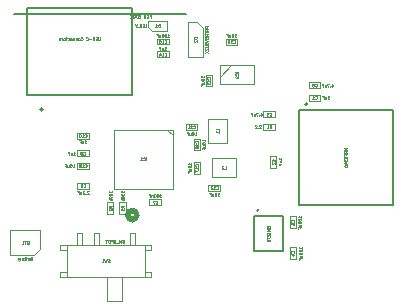
<source format=gbr>
%TF.GenerationSoftware,KiCad,Pcbnew,8.0.2-1*%
%TF.CreationDate,2024-05-16T14:53:05+09:00*%
%TF.ProjectId,eeg,6565672e-6b69-4636-9164-5f7063625858,rev?*%
%TF.SameCoordinates,Original*%
%TF.FileFunction,AssemblyDrawing,Bot*%
%FSLAX46Y46*%
G04 Gerber Fmt 4.6, Leading zero omitted, Abs format (unit mm)*
G04 Created by KiCad (PCBNEW 8.0.2-1) date 2024-05-16 14:53:05*
%MOMM*%
%LPD*%
G01*
G04 APERTURE LIST*
%ADD10C,0.050000*%
%ADD11C,0.040000*%
%ADD12C,0.025400*%
%ADD13C,0.508000*%
%ADD14C,0.127000*%
%ADD15C,0.200000*%
%ADD16C,0.100000*%
%ADD17C,0.150000*%
G04 APERTURE END LIST*
D10*
X143443808Y-107841150D02*
X143408094Y-107853054D01*
X143408094Y-107853054D02*
X143348570Y-107853054D01*
X143348570Y-107853054D02*
X143324761Y-107841150D01*
X143324761Y-107841150D02*
X143312856Y-107829245D01*
X143312856Y-107829245D02*
X143300951Y-107805435D01*
X143300951Y-107805435D02*
X143300951Y-107781626D01*
X143300951Y-107781626D02*
X143312856Y-107757816D01*
X143312856Y-107757816D02*
X143324761Y-107745911D01*
X143324761Y-107745911D02*
X143348570Y-107734007D01*
X143348570Y-107734007D02*
X143396189Y-107722102D01*
X143396189Y-107722102D02*
X143419999Y-107710197D01*
X143419999Y-107710197D02*
X143431904Y-107698292D01*
X143431904Y-107698292D02*
X143443808Y-107674483D01*
X143443808Y-107674483D02*
X143443808Y-107650673D01*
X143443808Y-107650673D02*
X143431904Y-107626864D01*
X143431904Y-107626864D02*
X143419999Y-107614959D01*
X143419999Y-107614959D02*
X143396189Y-107603054D01*
X143396189Y-107603054D02*
X143336666Y-107603054D01*
X143336666Y-107603054D02*
X143300951Y-107614959D01*
X143217618Y-107603054D02*
X143158094Y-107853054D01*
X143158094Y-107853054D02*
X143110475Y-107674483D01*
X143110475Y-107674483D02*
X143062856Y-107853054D01*
X143062856Y-107853054D02*
X143003333Y-107603054D01*
X142967619Y-107876864D02*
X142777142Y-107876864D01*
X142729523Y-107841150D02*
X142693809Y-107853054D01*
X142693809Y-107853054D02*
X142634285Y-107853054D01*
X142634285Y-107853054D02*
X142610476Y-107841150D01*
X142610476Y-107841150D02*
X142598571Y-107829245D01*
X142598571Y-107829245D02*
X142586666Y-107805435D01*
X142586666Y-107805435D02*
X142586666Y-107781626D01*
X142586666Y-107781626D02*
X142598571Y-107757816D01*
X142598571Y-107757816D02*
X142610476Y-107745911D01*
X142610476Y-107745911D02*
X142634285Y-107734007D01*
X142634285Y-107734007D02*
X142681904Y-107722102D01*
X142681904Y-107722102D02*
X142705714Y-107710197D01*
X142705714Y-107710197D02*
X142717619Y-107698292D01*
X142717619Y-107698292D02*
X142729523Y-107674483D01*
X142729523Y-107674483D02*
X142729523Y-107650673D01*
X142729523Y-107650673D02*
X142717619Y-107626864D01*
X142717619Y-107626864D02*
X142705714Y-107614959D01*
X142705714Y-107614959D02*
X142681904Y-107603054D01*
X142681904Y-107603054D02*
X142622381Y-107603054D01*
X142622381Y-107603054D02*
X142586666Y-107614959D01*
X142479524Y-107853054D02*
X142479524Y-107603054D01*
X142479524Y-107603054D02*
X142384286Y-107603054D01*
X142384286Y-107603054D02*
X142360476Y-107614959D01*
X142360476Y-107614959D02*
X142348571Y-107626864D01*
X142348571Y-107626864D02*
X142336667Y-107650673D01*
X142336667Y-107650673D02*
X142336667Y-107686388D01*
X142336667Y-107686388D02*
X142348571Y-107710197D01*
X142348571Y-107710197D02*
X142360476Y-107722102D01*
X142360476Y-107722102D02*
X142384286Y-107734007D01*
X142384286Y-107734007D02*
X142479524Y-107734007D01*
X142229524Y-107853054D02*
X142229524Y-107603054D01*
X142229524Y-107603054D02*
X142170000Y-107603054D01*
X142170000Y-107603054D02*
X142134286Y-107614959D01*
X142134286Y-107614959D02*
X142110476Y-107638769D01*
X142110476Y-107638769D02*
X142098571Y-107662578D01*
X142098571Y-107662578D02*
X142086667Y-107710197D01*
X142086667Y-107710197D02*
X142086667Y-107745911D01*
X142086667Y-107745911D02*
X142098571Y-107793530D01*
X142098571Y-107793530D02*
X142110476Y-107817340D01*
X142110476Y-107817340D02*
X142134286Y-107841150D01*
X142134286Y-107841150D02*
X142170000Y-107853054D01*
X142170000Y-107853054D02*
X142229524Y-107853054D01*
X142015238Y-107603054D02*
X141872381Y-107603054D01*
X141943809Y-107853054D02*
X141943809Y-107603054D01*
X142231932Y-109501150D02*
X142196218Y-109513054D01*
X142196218Y-109513054D02*
X142136694Y-109513054D01*
X142136694Y-109513054D02*
X142112885Y-109501150D01*
X142112885Y-109501150D02*
X142100980Y-109489245D01*
X142100980Y-109489245D02*
X142089075Y-109465435D01*
X142089075Y-109465435D02*
X142089075Y-109441626D01*
X142089075Y-109441626D02*
X142100980Y-109417816D01*
X142100980Y-109417816D02*
X142112885Y-109405911D01*
X142112885Y-109405911D02*
X142136694Y-109394007D01*
X142136694Y-109394007D02*
X142184313Y-109382102D01*
X142184313Y-109382102D02*
X142208123Y-109370197D01*
X142208123Y-109370197D02*
X142220028Y-109358292D01*
X142220028Y-109358292D02*
X142231932Y-109334483D01*
X142231932Y-109334483D02*
X142231932Y-109310673D01*
X142231932Y-109310673D02*
X142220028Y-109286864D01*
X142220028Y-109286864D02*
X142208123Y-109274959D01*
X142208123Y-109274959D02*
X142184313Y-109263054D01*
X142184313Y-109263054D02*
X142124790Y-109263054D01*
X142124790Y-109263054D02*
X142089075Y-109274959D01*
X142005742Y-109263054D02*
X141946218Y-109513054D01*
X141946218Y-109513054D02*
X141898599Y-109334483D01*
X141898599Y-109334483D02*
X141850980Y-109513054D01*
X141850980Y-109513054D02*
X141791457Y-109263054D01*
X141565266Y-109513054D02*
X141708123Y-109513054D01*
X141636695Y-109513054D02*
X141636695Y-109263054D01*
X141636695Y-109263054D02*
X141660504Y-109298769D01*
X141660504Y-109298769D02*
X141684314Y-109322578D01*
X141684314Y-109322578D02*
X141708123Y-109334483D01*
X162353054Y-99870238D02*
X162103054Y-99870238D01*
X162103054Y-99870238D02*
X162353054Y-100013095D01*
X162353054Y-100013095D02*
X162103054Y-100013095D01*
X162353054Y-100275000D02*
X162234007Y-100191667D01*
X162353054Y-100132143D02*
X162103054Y-100132143D01*
X162103054Y-100132143D02*
X162103054Y-100227381D01*
X162103054Y-100227381D02*
X162114959Y-100251191D01*
X162114959Y-100251191D02*
X162126864Y-100263096D01*
X162126864Y-100263096D02*
X162150673Y-100275000D01*
X162150673Y-100275000D02*
X162186388Y-100275000D01*
X162186388Y-100275000D02*
X162210197Y-100263096D01*
X162210197Y-100263096D02*
X162222102Y-100251191D01*
X162222102Y-100251191D02*
X162234007Y-100227381D01*
X162234007Y-100227381D02*
X162234007Y-100132143D01*
X162222102Y-100465477D02*
X162222102Y-100382143D01*
X162353054Y-100382143D02*
X162103054Y-100382143D01*
X162103054Y-100382143D02*
X162103054Y-100501191D01*
X162103054Y-100715477D02*
X162103054Y-100596429D01*
X162103054Y-100596429D02*
X162222102Y-100584525D01*
X162222102Y-100584525D02*
X162210197Y-100596429D01*
X162210197Y-100596429D02*
X162198292Y-100620239D01*
X162198292Y-100620239D02*
X162198292Y-100679763D01*
X162198292Y-100679763D02*
X162210197Y-100703572D01*
X162210197Y-100703572D02*
X162222102Y-100715477D01*
X162222102Y-100715477D02*
X162245911Y-100727382D01*
X162245911Y-100727382D02*
X162305435Y-100727382D01*
X162305435Y-100727382D02*
X162329245Y-100715477D01*
X162329245Y-100715477D02*
X162341150Y-100703572D01*
X162341150Y-100703572D02*
X162353054Y-100679763D01*
X162353054Y-100679763D02*
X162353054Y-100620239D01*
X162353054Y-100620239D02*
X162341150Y-100596429D01*
X162341150Y-100596429D02*
X162329245Y-100584525D01*
X162103054Y-100810715D02*
X162103054Y-100965477D01*
X162103054Y-100965477D02*
X162198292Y-100882143D01*
X162198292Y-100882143D02*
X162198292Y-100917858D01*
X162198292Y-100917858D02*
X162210197Y-100941667D01*
X162210197Y-100941667D02*
X162222102Y-100953572D01*
X162222102Y-100953572D02*
X162245911Y-100965477D01*
X162245911Y-100965477D02*
X162305435Y-100965477D01*
X162305435Y-100965477D02*
X162329245Y-100953572D01*
X162329245Y-100953572D02*
X162341150Y-100941667D01*
X162341150Y-100941667D02*
X162353054Y-100917858D01*
X162353054Y-100917858D02*
X162353054Y-100846429D01*
X162353054Y-100846429D02*
X162341150Y-100822620D01*
X162341150Y-100822620D02*
X162329245Y-100810715D01*
X162186388Y-101179762D02*
X162353054Y-101179762D01*
X162091150Y-101120238D02*
X162269721Y-101060715D01*
X162269721Y-101060715D02*
X162269721Y-101215476D01*
X162103054Y-101358333D02*
X162103054Y-101382143D01*
X162103054Y-101382143D02*
X162114959Y-101405952D01*
X162114959Y-101405952D02*
X162126864Y-101417857D01*
X162126864Y-101417857D02*
X162150673Y-101429762D01*
X162150673Y-101429762D02*
X162198292Y-101441667D01*
X162198292Y-101441667D02*
X162257816Y-101441667D01*
X162257816Y-101441667D02*
X162305435Y-101429762D01*
X162305435Y-101429762D02*
X162329245Y-101417857D01*
X162329245Y-101417857D02*
X162341150Y-101405952D01*
X162341150Y-101405952D02*
X162353054Y-101382143D01*
X162353054Y-101382143D02*
X162353054Y-101358333D01*
X162353054Y-101358333D02*
X162341150Y-101334524D01*
X162341150Y-101334524D02*
X162329245Y-101322619D01*
X162329245Y-101322619D02*
X162305435Y-101310714D01*
X162305435Y-101310714D02*
X162257816Y-101298810D01*
X162257816Y-101298810D02*
X162198292Y-101298810D01*
X162198292Y-101298810D02*
X162150673Y-101310714D01*
X162150673Y-101310714D02*
X162126864Y-101322619D01*
X162126864Y-101322619D02*
X162114959Y-101334524D01*
X162114959Y-101334524D02*
X162103054Y-101358333D01*
X145324047Y-100893054D02*
X145324047Y-100643054D01*
X145062142Y-100869245D02*
X145074046Y-100881150D01*
X145074046Y-100881150D02*
X145109761Y-100893054D01*
X145109761Y-100893054D02*
X145133570Y-100893054D01*
X145133570Y-100893054D02*
X145169284Y-100881150D01*
X145169284Y-100881150D02*
X145193094Y-100857340D01*
X145193094Y-100857340D02*
X145204999Y-100833530D01*
X145204999Y-100833530D02*
X145216903Y-100785911D01*
X145216903Y-100785911D02*
X145216903Y-100750197D01*
X145216903Y-100750197D02*
X145204999Y-100702578D01*
X145204999Y-100702578D02*
X145193094Y-100678769D01*
X145193094Y-100678769D02*
X145169284Y-100654959D01*
X145169284Y-100654959D02*
X145133570Y-100643054D01*
X145133570Y-100643054D02*
X145109761Y-100643054D01*
X145109761Y-100643054D02*
X145074046Y-100654959D01*
X145074046Y-100654959D02*
X145062142Y-100666864D01*
X144824046Y-100893054D02*
X144966903Y-100893054D01*
X144895475Y-100893054D02*
X144895475Y-100643054D01*
X144895475Y-100643054D02*
X144919284Y-100678769D01*
X144919284Y-100678769D02*
X144943094Y-100702578D01*
X144943094Y-100702578D02*
X144966903Y-100714483D01*
X156783054Y-100841191D02*
X156783054Y-100698334D01*
X156783054Y-100769762D02*
X156533054Y-100769762D01*
X156533054Y-100769762D02*
X156568769Y-100745953D01*
X156568769Y-100745953D02*
X156592578Y-100722143D01*
X156592578Y-100722143D02*
X156604483Y-100698334D01*
X156616388Y-101055476D02*
X156783054Y-101055476D01*
X156616388Y-100948333D02*
X156747340Y-100948333D01*
X156747340Y-100948333D02*
X156771150Y-100960238D01*
X156771150Y-100960238D02*
X156783054Y-100984048D01*
X156783054Y-100984048D02*
X156783054Y-101019762D01*
X156783054Y-101019762D02*
X156771150Y-101043571D01*
X156771150Y-101043571D02*
X156759245Y-101055476D01*
X156652102Y-101257857D02*
X156652102Y-101174523D01*
X156783054Y-101174523D02*
X156533054Y-101174523D01*
X156533054Y-101174523D02*
X156533054Y-101293571D01*
X156189245Y-100958333D02*
X156201150Y-100946429D01*
X156201150Y-100946429D02*
X156213054Y-100910714D01*
X156213054Y-100910714D02*
X156213054Y-100886905D01*
X156213054Y-100886905D02*
X156201150Y-100851191D01*
X156201150Y-100851191D02*
X156177340Y-100827381D01*
X156177340Y-100827381D02*
X156153530Y-100815476D01*
X156153530Y-100815476D02*
X156105911Y-100803572D01*
X156105911Y-100803572D02*
X156070197Y-100803572D01*
X156070197Y-100803572D02*
X156022578Y-100815476D01*
X156022578Y-100815476D02*
X155998769Y-100827381D01*
X155998769Y-100827381D02*
X155974959Y-100851191D01*
X155974959Y-100851191D02*
X155963054Y-100886905D01*
X155963054Y-100886905D02*
X155963054Y-100910714D01*
X155963054Y-100910714D02*
X155974959Y-100946429D01*
X155974959Y-100946429D02*
X155986864Y-100958333D01*
X155986864Y-101053572D02*
X155974959Y-101065476D01*
X155974959Y-101065476D02*
X155963054Y-101089286D01*
X155963054Y-101089286D02*
X155963054Y-101148810D01*
X155963054Y-101148810D02*
X155974959Y-101172619D01*
X155974959Y-101172619D02*
X155986864Y-101184524D01*
X155986864Y-101184524D02*
X156010673Y-101196429D01*
X156010673Y-101196429D02*
X156034483Y-101196429D01*
X156034483Y-101196429D02*
X156070197Y-101184524D01*
X156070197Y-101184524D02*
X156213054Y-101041667D01*
X156213054Y-101041667D02*
X156213054Y-101196429D01*
X146868808Y-91533054D02*
X147011665Y-91533054D01*
X146940237Y-91533054D02*
X146940237Y-91283054D01*
X146940237Y-91283054D02*
X146964046Y-91318769D01*
X146964046Y-91318769D02*
X146987856Y-91342578D01*
X146987856Y-91342578D02*
X147011665Y-91354483D01*
X146654523Y-91366388D02*
X146654523Y-91533054D01*
X146761666Y-91366388D02*
X146761666Y-91497340D01*
X146761666Y-91497340D02*
X146749761Y-91521150D01*
X146749761Y-91521150D02*
X146725951Y-91533054D01*
X146725951Y-91533054D02*
X146690237Y-91533054D01*
X146690237Y-91533054D02*
X146666428Y-91521150D01*
X146666428Y-91521150D02*
X146654523Y-91509245D01*
X146452142Y-91402102D02*
X146535476Y-91402102D01*
X146535476Y-91533054D02*
X146535476Y-91283054D01*
X146535476Y-91283054D02*
X146416428Y-91283054D01*
X146880714Y-92009245D02*
X146892618Y-92021150D01*
X146892618Y-92021150D02*
X146928333Y-92033054D01*
X146928333Y-92033054D02*
X146952142Y-92033054D01*
X146952142Y-92033054D02*
X146987856Y-92021150D01*
X146987856Y-92021150D02*
X147011666Y-91997340D01*
X147011666Y-91997340D02*
X147023571Y-91973530D01*
X147023571Y-91973530D02*
X147035475Y-91925911D01*
X147035475Y-91925911D02*
X147035475Y-91890197D01*
X147035475Y-91890197D02*
X147023571Y-91842578D01*
X147023571Y-91842578D02*
X147011666Y-91818769D01*
X147011666Y-91818769D02*
X146987856Y-91794959D01*
X146987856Y-91794959D02*
X146952142Y-91783054D01*
X146952142Y-91783054D02*
X146928333Y-91783054D01*
X146928333Y-91783054D02*
X146892618Y-91794959D01*
X146892618Y-91794959D02*
X146880714Y-91806864D01*
X146642618Y-92033054D02*
X146785475Y-92033054D01*
X146714047Y-92033054D02*
X146714047Y-91783054D01*
X146714047Y-91783054D02*
X146737856Y-91818769D01*
X146737856Y-91818769D02*
X146761666Y-91842578D01*
X146761666Y-91842578D02*
X146785475Y-91854483D01*
X146428333Y-91866388D02*
X146428333Y-92033054D01*
X146487857Y-91771150D02*
X146547380Y-91949721D01*
X146547380Y-91949721D02*
X146392619Y-91949721D01*
X152807856Y-90433054D02*
X152950713Y-90433054D01*
X152879285Y-90433054D02*
X152879285Y-90183054D01*
X152879285Y-90183054D02*
X152903094Y-90218769D01*
X152903094Y-90218769D02*
X152926904Y-90242578D01*
X152926904Y-90242578D02*
X152950713Y-90254483D01*
X152653095Y-90183054D02*
X152629285Y-90183054D01*
X152629285Y-90183054D02*
X152605476Y-90194959D01*
X152605476Y-90194959D02*
X152593571Y-90206864D01*
X152593571Y-90206864D02*
X152581666Y-90230673D01*
X152581666Y-90230673D02*
X152569761Y-90278292D01*
X152569761Y-90278292D02*
X152569761Y-90337816D01*
X152569761Y-90337816D02*
X152581666Y-90385435D01*
X152581666Y-90385435D02*
X152593571Y-90409245D01*
X152593571Y-90409245D02*
X152605476Y-90421150D01*
X152605476Y-90421150D02*
X152629285Y-90433054D01*
X152629285Y-90433054D02*
X152653095Y-90433054D01*
X152653095Y-90433054D02*
X152676904Y-90421150D01*
X152676904Y-90421150D02*
X152688809Y-90409245D01*
X152688809Y-90409245D02*
X152700714Y-90385435D01*
X152700714Y-90385435D02*
X152712618Y-90337816D01*
X152712618Y-90337816D02*
X152712618Y-90278292D01*
X152712618Y-90278292D02*
X152700714Y-90230673D01*
X152700714Y-90230673D02*
X152688809Y-90206864D01*
X152688809Y-90206864D02*
X152676904Y-90194959D01*
X152676904Y-90194959D02*
X152653095Y-90183054D01*
X152355476Y-90266388D02*
X152355476Y-90433054D01*
X152462619Y-90266388D02*
X152462619Y-90397340D01*
X152462619Y-90397340D02*
X152450714Y-90421150D01*
X152450714Y-90421150D02*
X152426904Y-90433054D01*
X152426904Y-90433054D02*
X152391190Y-90433054D01*
X152391190Y-90433054D02*
X152367381Y-90421150D01*
X152367381Y-90421150D02*
X152355476Y-90409245D01*
X152153095Y-90302102D02*
X152236429Y-90302102D01*
X152236429Y-90433054D02*
X152236429Y-90183054D01*
X152236429Y-90183054D02*
X152117381Y-90183054D01*
X152705714Y-90929245D02*
X152717618Y-90941150D01*
X152717618Y-90941150D02*
X152753333Y-90953054D01*
X152753333Y-90953054D02*
X152777142Y-90953054D01*
X152777142Y-90953054D02*
X152812856Y-90941150D01*
X152812856Y-90941150D02*
X152836666Y-90917340D01*
X152836666Y-90917340D02*
X152848571Y-90893530D01*
X152848571Y-90893530D02*
X152860475Y-90845911D01*
X152860475Y-90845911D02*
X152860475Y-90810197D01*
X152860475Y-90810197D02*
X152848571Y-90762578D01*
X152848571Y-90762578D02*
X152836666Y-90738769D01*
X152836666Y-90738769D02*
X152812856Y-90714959D01*
X152812856Y-90714959D02*
X152777142Y-90703054D01*
X152777142Y-90703054D02*
X152753333Y-90703054D01*
X152753333Y-90703054D02*
X152717618Y-90714959D01*
X152717618Y-90714959D02*
X152705714Y-90726864D01*
X152467618Y-90953054D02*
X152610475Y-90953054D01*
X152539047Y-90953054D02*
X152539047Y-90703054D01*
X152539047Y-90703054D02*
X152562856Y-90738769D01*
X152562856Y-90738769D02*
X152586666Y-90762578D01*
X152586666Y-90762578D02*
X152610475Y-90774483D01*
X152348571Y-90953054D02*
X152300952Y-90953054D01*
X152300952Y-90953054D02*
X152277142Y-90941150D01*
X152277142Y-90941150D02*
X152265238Y-90929245D01*
X152265238Y-90929245D02*
X152241428Y-90893530D01*
X152241428Y-90893530D02*
X152229523Y-90845911D01*
X152229523Y-90845911D02*
X152229523Y-90750673D01*
X152229523Y-90750673D02*
X152241428Y-90726864D01*
X152241428Y-90726864D02*
X152253333Y-90714959D01*
X152253333Y-90714959D02*
X152277142Y-90703054D01*
X152277142Y-90703054D02*
X152324761Y-90703054D01*
X152324761Y-90703054D02*
X152348571Y-90714959D01*
X152348571Y-90714959D02*
X152360476Y-90726864D01*
X152360476Y-90726864D02*
X152372380Y-90750673D01*
X152372380Y-90750673D02*
X152372380Y-90810197D01*
X152372380Y-90810197D02*
X152360476Y-90834007D01*
X152360476Y-90834007D02*
X152348571Y-90845911D01*
X152348571Y-90845911D02*
X152324761Y-90857816D01*
X152324761Y-90857816D02*
X152277142Y-90857816D01*
X152277142Y-90857816D02*
X152253333Y-90845911D01*
X152253333Y-90845911D02*
X152241428Y-90834007D01*
X152241428Y-90834007D02*
X152229523Y-90810197D01*
X139148808Y-100413054D02*
X139291665Y-100413054D01*
X139220237Y-100413054D02*
X139220237Y-100163054D01*
X139220237Y-100163054D02*
X139244046Y-100198769D01*
X139244046Y-100198769D02*
X139267856Y-100222578D01*
X139267856Y-100222578D02*
X139291665Y-100234483D01*
X138934523Y-100246388D02*
X138934523Y-100413054D01*
X139041666Y-100246388D02*
X139041666Y-100377340D01*
X139041666Y-100377340D02*
X139029761Y-100401150D01*
X139029761Y-100401150D02*
X139005951Y-100413054D01*
X139005951Y-100413054D02*
X138970237Y-100413054D01*
X138970237Y-100413054D02*
X138946428Y-100401150D01*
X138946428Y-100401150D02*
X138934523Y-100389245D01*
X138732142Y-100282102D02*
X138815476Y-100282102D01*
X138815476Y-100413054D02*
X138815476Y-100163054D01*
X138815476Y-100163054D02*
X138696428Y-100163054D01*
X140001666Y-100389245D02*
X140013570Y-100401150D01*
X140013570Y-100401150D02*
X140049285Y-100413054D01*
X140049285Y-100413054D02*
X140073094Y-100413054D01*
X140073094Y-100413054D02*
X140108808Y-100401150D01*
X140108808Y-100401150D02*
X140132618Y-100377340D01*
X140132618Y-100377340D02*
X140144523Y-100353530D01*
X140144523Y-100353530D02*
X140156427Y-100305911D01*
X140156427Y-100305911D02*
X140156427Y-100270197D01*
X140156427Y-100270197D02*
X140144523Y-100222578D01*
X140144523Y-100222578D02*
X140132618Y-100198769D01*
X140132618Y-100198769D02*
X140108808Y-100174959D01*
X140108808Y-100174959D02*
X140073094Y-100163054D01*
X140073094Y-100163054D02*
X140049285Y-100163054D01*
X140049285Y-100163054D02*
X140013570Y-100174959D01*
X140013570Y-100174959D02*
X140001666Y-100186864D01*
X139858808Y-100270197D02*
X139882618Y-100258292D01*
X139882618Y-100258292D02*
X139894523Y-100246388D01*
X139894523Y-100246388D02*
X139906427Y-100222578D01*
X139906427Y-100222578D02*
X139906427Y-100210673D01*
X139906427Y-100210673D02*
X139894523Y-100186864D01*
X139894523Y-100186864D02*
X139882618Y-100174959D01*
X139882618Y-100174959D02*
X139858808Y-100163054D01*
X139858808Y-100163054D02*
X139811189Y-100163054D01*
X139811189Y-100163054D02*
X139787380Y-100174959D01*
X139787380Y-100174959D02*
X139775475Y-100186864D01*
X139775475Y-100186864D02*
X139763570Y-100210673D01*
X139763570Y-100210673D02*
X139763570Y-100222578D01*
X139763570Y-100222578D02*
X139775475Y-100246388D01*
X139775475Y-100246388D02*
X139787380Y-100258292D01*
X139787380Y-100258292D02*
X139811189Y-100270197D01*
X139811189Y-100270197D02*
X139858808Y-100270197D01*
X139858808Y-100270197D02*
X139882618Y-100282102D01*
X139882618Y-100282102D02*
X139894523Y-100294007D01*
X139894523Y-100294007D02*
X139906427Y-100317816D01*
X139906427Y-100317816D02*
X139906427Y-100365435D01*
X139906427Y-100365435D02*
X139894523Y-100389245D01*
X139894523Y-100389245D02*
X139882618Y-100401150D01*
X139882618Y-100401150D02*
X139858808Y-100413054D01*
X139858808Y-100413054D02*
X139811189Y-100413054D01*
X139811189Y-100413054D02*
X139787380Y-100401150D01*
X139787380Y-100401150D02*
X139775475Y-100389245D01*
X139775475Y-100389245D02*
X139763570Y-100365435D01*
X139763570Y-100365435D02*
X139763570Y-100317816D01*
X139763570Y-100317816D02*
X139775475Y-100294007D01*
X139775475Y-100294007D02*
X139787380Y-100282102D01*
X139787380Y-100282102D02*
X139811189Y-100270197D01*
X146466903Y-103993054D02*
X146609760Y-103993054D01*
X146538332Y-103993054D02*
X146538332Y-103743054D01*
X146538332Y-103743054D02*
X146562141Y-103778769D01*
X146562141Y-103778769D02*
X146585951Y-103802578D01*
X146585951Y-103802578D02*
X146609760Y-103814483D01*
X146312142Y-103743054D02*
X146288332Y-103743054D01*
X146288332Y-103743054D02*
X146264523Y-103754959D01*
X146264523Y-103754959D02*
X146252618Y-103766864D01*
X146252618Y-103766864D02*
X146240713Y-103790673D01*
X146240713Y-103790673D02*
X146228808Y-103838292D01*
X146228808Y-103838292D02*
X146228808Y-103897816D01*
X146228808Y-103897816D02*
X146240713Y-103945435D01*
X146240713Y-103945435D02*
X146252618Y-103969245D01*
X146252618Y-103969245D02*
X146264523Y-103981150D01*
X146264523Y-103981150D02*
X146288332Y-103993054D01*
X146288332Y-103993054D02*
X146312142Y-103993054D01*
X146312142Y-103993054D02*
X146335951Y-103981150D01*
X146335951Y-103981150D02*
X146347856Y-103969245D01*
X146347856Y-103969245D02*
X146359761Y-103945435D01*
X146359761Y-103945435D02*
X146371665Y-103897816D01*
X146371665Y-103897816D02*
X146371665Y-103838292D01*
X146371665Y-103838292D02*
X146359761Y-103790673D01*
X146359761Y-103790673D02*
X146347856Y-103766864D01*
X146347856Y-103766864D02*
X146335951Y-103754959D01*
X146335951Y-103754959D02*
X146312142Y-103743054D01*
X146074047Y-103743054D02*
X146050237Y-103743054D01*
X146050237Y-103743054D02*
X146026428Y-103754959D01*
X146026428Y-103754959D02*
X146014523Y-103766864D01*
X146014523Y-103766864D02*
X146002618Y-103790673D01*
X146002618Y-103790673D02*
X145990713Y-103838292D01*
X145990713Y-103838292D02*
X145990713Y-103897816D01*
X145990713Y-103897816D02*
X146002618Y-103945435D01*
X146002618Y-103945435D02*
X146014523Y-103969245D01*
X146014523Y-103969245D02*
X146026428Y-103981150D01*
X146026428Y-103981150D02*
X146050237Y-103993054D01*
X146050237Y-103993054D02*
X146074047Y-103993054D01*
X146074047Y-103993054D02*
X146097856Y-103981150D01*
X146097856Y-103981150D02*
X146109761Y-103969245D01*
X146109761Y-103969245D02*
X146121666Y-103945435D01*
X146121666Y-103945435D02*
X146133570Y-103897816D01*
X146133570Y-103897816D02*
X146133570Y-103838292D01*
X146133570Y-103838292D02*
X146121666Y-103790673D01*
X146121666Y-103790673D02*
X146109761Y-103766864D01*
X146109761Y-103766864D02*
X146097856Y-103754959D01*
X146097856Y-103754959D02*
X146074047Y-103743054D01*
X145883571Y-103826388D02*
X145883571Y-103993054D01*
X145883571Y-103850197D02*
X145871666Y-103838292D01*
X145871666Y-103838292D02*
X145847856Y-103826388D01*
X145847856Y-103826388D02*
X145812142Y-103826388D01*
X145812142Y-103826388D02*
X145788333Y-103838292D01*
X145788333Y-103838292D02*
X145776428Y-103862102D01*
X145776428Y-103862102D02*
X145776428Y-103993054D01*
X145574047Y-103862102D02*
X145657381Y-103862102D01*
X145657381Y-103993054D02*
X145657381Y-103743054D01*
X145657381Y-103743054D02*
X145538333Y-103743054D01*
X146121666Y-104529245D02*
X146133570Y-104541150D01*
X146133570Y-104541150D02*
X146169285Y-104553054D01*
X146169285Y-104553054D02*
X146193094Y-104553054D01*
X146193094Y-104553054D02*
X146228808Y-104541150D01*
X146228808Y-104541150D02*
X146252618Y-104517340D01*
X146252618Y-104517340D02*
X146264523Y-104493530D01*
X146264523Y-104493530D02*
X146276427Y-104445911D01*
X146276427Y-104445911D02*
X146276427Y-104410197D01*
X146276427Y-104410197D02*
X146264523Y-104362578D01*
X146264523Y-104362578D02*
X146252618Y-104338769D01*
X146252618Y-104338769D02*
X146228808Y-104314959D01*
X146228808Y-104314959D02*
X146193094Y-104303054D01*
X146193094Y-104303054D02*
X146169285Y-104303054D01*
X146169285Y-104303054D02*
X146133570Y-104314959D01*
X146133570Y-104314959D02*
X146121666Y-104326864D01*
X146038332Y-104303054D02*
X145871666Y-104303054D01*
X145871666Y-104303054D02*
X145978808Y-104553054D01*
X149113054Y-101252143D02*
X149113054Y-101109286D01*
X149113054Y-101180714D02*
X148863054Y-101180714D01*
X148863054Y-101180714D02*
X148898769Y-101156905D01*
X148898769Y-101156905D02*
X148922578Y-101133095D01*
X148922578Y-101133095D02*
X148934483Y-101109286D01*
X148863054Y-101406904D02*
X148863054Y-101430714D01*
X148863054Y-101430714D02*
X148874959Y-101454523D01*
X148874959Y-101454523D02*
X148886864Y-101466428D01*
X148886864Y-101466428D02*
X148910673Y-101478333D01*
X148910673Y-101478333D02*
X148958292Y-101490238D01*
X148958292Y-101490238D02*
X149017816Y-101490238D01*
X149017816Y-101490238D02*
X149065435Y-101478333D01*
X149065435Y-101478333D02*
X149089245Y-101466428D01*
X149089245Y-101466428D02*
X149101150Y-101454523D01*
X149101150Y-101454523D02*
X149113054Y-101430714D01*
X149113054Y-101430714D02*
X149113054Y-101406904D01*
X149113054Y-101406904D02*
X149101150Y-101383095D01*
X149101150Y-101383095D02*
X149089245Y-101371190D01*
X149089245Y-101371190D02*
X149065435Y-101359285D01*
X149065435Y-101359285D02*
X149017816Y-101347381D01*
X149017816Y-101347381D02*
X148958292Y-101347381D01*
X148958292Y-101347381D02*
X148910673Y-101359285D01*
X148910673Y-101359285D02*
X148886864Y-101371190D01*
X148886864Y-101371190D02*
X148874959Y-101383095D01*
X148874959Y-101383095D02*
X148863054Y-101406904D01*
X148946388Y-101704523D02*
X149113054Y-101704523D01*
X148946388Y-101597380D02*
X149077340Y-101597380D01*
X149077340Y-101597380D02*
X149101150Y-101609285D01*
X149101150Y-101609285D02*
X149113054Y-101633095D01*
X149113054Y-101633095D02*
X149113054Y-101668809D01*
X149113054Y-101668809D02*
X149101150Y-101692618D01*
X149101150Y-101692618D02*
X149089245Y-101704523D01*
X148982102Y-101906904D02*
X148982102Y-101823570D01*
X149113054Y-101823570D02*
X148863054Y-101823570D01*
X148863054Y-101823570D02*
X148863054Y-101942618D01*
D11*
X149709765Y-101359285D02*
X149721670Y-101347381D01*
X149721670Y-101347381D02*
X149733574Y-101311666D01*
X149733574Y-101311666D02*
X149733574Y-101287857D01*
X149733574Y-101287857D02*
X149721670Y-101252143D01*
X149721670Y-101252143D02*
X149697860Y-101228333D01*
X149697860Y-101228333D02*
X149674050Y-101216428D01*
X149674050Y-101216428D02*
X149626431Y-101204524D01*
X149626431Y-101204524D02*
X149590717Y-101204524D01*
X149590717Y-101204524D02*
X149543098Y-101216428D01*
X149543098Y-101216428D02*
X149519289Y-101228333D01*
X149519289Y-101228333D02*
X149495479Y-101252143D01*
X149495479Y-101252143D02*
X149483574Y-101287857D01*
X149483574Y-101287857D02*
X149483574Y-101311666D01*
X149483574Y-101311666D02*
X149495479Y-101347381D01*
X149495479Y-101347381D02*
X149507384Y-101359285D01*
X149733574Y-101597381D02*
X149733574Y-101454524D01*
X149733574Y-101525952D02*
X149483574Y-101525952D01*
X149483574Y-101525952D02*
X149519289Y-101502143D01*
X149519289Y-101502143D02*
X149543098Y-101478333D01*
X149543098Y-101478333D02*
X149555003Y-101454524D01*
X149483574Y-101680714D02*
X149483574Y-101847380D01*
X149483574Y-101847380D02*
X149733574Y-101740238D01*
D10*
X150573054Y-89525000D02*
X150323054Y-89525000D01*
X150323054Y-89525000D02*
X150323054Y-89620238D01*
X150323054Y-89620238D02*
X150334959Y-89644048D01*
X150334959Y-89644048D02*
X150346864Y-89655953D01*
X150346864Y-89655953D02*
X150370673Y-89667857D01*
X150370673Y-89667857D02*
X150406388Y-89667857D01*
X150406388Y-89667857D02*
X150430197Y-89655953D01*
X150430197Y-89655953D02*
X150442102Y-89644048D01*
X150442102Y-89644048D02*
X150454007Y-89620238D01*
X150454007Y-89620238D02*
X150454007Y-89525000D01*
X150573054Y-89917857D02*
X150454007Y-89834524D01*
X150573054Y-89775000D02*
X150323054Y-89775000D01*
X150323054Y-89775000D02*
X150323054Y-89870238D01*
X150323054Y-89870238D02*
X150334959Y-89894048D01*
X150334959Y-89894048D02*
X150346864Y-89905953D01*
X150346864Y-89905953D02*
X150370673Y-89917857D01*
X150370673Y-89917857D02*
X150406388Y-89917857D01*
X150406388Y-89917857D02*
X150430197Y-89905953D01*
X150430197Y-89905953D02*
X150442102Y-89894048D01*
X150442102Y-89894048D02*
X150454007Y-89870238D01*
X150454007Y-89870238D02*
X150454007Y-89775000D01*
X150323054Y-89989286D02*
X150323054Y-90132143D01*
X150573054Y-90060715D02*
X150323054Y-90060715D01*
X150573054Y-90358333D02*
X150454007Y-90275000D01*
X150573054Y-90215476D02*
X150323054Y-90215476D01*
X150323054Y-90215476D02*
X150323054Y-90310714D01*
X150323054Y-90310714D02*
X150334959Y-90334524D01*
X150334959Y-90334524D02*
X150346864Y-90346429D01*
X150346864Y-90346429D02*
X150370673Y-90358333D01*
X150370673Y-90358333D02*
X150406388Y-90358333D01*
X150406388Y-90358333D02*
X150430197Y-90346429D01*
X150430197Y-90346429D02*
X150442102Y-90334524D01*
X150442102Y-90334524D02*
X150454007Y-90310714D01*
X150454007Y-90310714D02*
X150454007Y-90215476D01*
X150323054Y-90584524D02*
X150323054Y-90465476D01*
X150323054Y-90465476D02*
X150442102Y-90453572D01*
X150442102Y-90453572D02*
X150430197Y-90465476D01*
X150430197Y-90465476D02*
X150418292Y-90489286D01*
X150418292Y-90489286D02*
X150418292Y-90548810D01*
X150418292Y-90548810D02*
X150430197Y-90572619D01*
X150430197Y-90572619D02*
X150442102Y-90584524D01*
X150442102Y-90584524D02*
X150465911Y-90596429D01*
X150465911Y-90596429D02*
X150525435Y-90596429D01*
X150525435Y-90596429D02*
X150549245Y-90584524D01*
X150549245Y-90584524D02*
X150561150Y-90572619D01*
X150561150Y-90572619D02*
X150573054Y-90548810D01*
X150573054Y-90548810D02*
X150573054Y-90489286D01*
X150573054Y-90489286D02*
X150561150Y-90465476D01*
X150561150Y-90465476D02*
X150549245Y-90453572D01*
X150323054Y-90667857D02*
X150573054Y-90751190D01*
X150573054Y-90751190D02*
X150323054Y-90834524D01*
X150323054Y-90965476D02*
X150323054Y-90989286D01*
X150323054Y-90989286D02*
X150334959Y-91013095D01*
X150334959Y-91013095D02*
X150346864Y-91025000D01*
X150346864Y-91025000D02*
X150370673Y-91036905D01*
X150370673Y-91036905D02*
X150418292Y-91048810D01*
X150418292Y-91048810D02*
X150477816Y-91048810D01*
X150477816Y-91048810D02*
X150525435Y-91036905D01*
X150525435Y-91036905D02*
X150549245Y-91025000D01*
X150549245Y-91025000D02*
X150561150Y-91013095D01*
X150561150Y-91013095D02*
X150573054Y-90989286D01*
X150573054Y-90989286D02*
X150573054Y-90965476D01*
X150573054Y-90965476D02*
X150561150Y-90941667D01*
X150561150Y-90941667D02*
X150549245Y-90929762D01*
X150549245Y-90929762D02*
X150525435Y-90917857D01*
X150525435Y-90917857D02*
X150477816Y-90905953D01*
X150477816Y-90905953D02*
X150418292Y-90905953D01*
X150418292Y-90905953D02*
X150370673Y-90917857D01*
X150370673Y-90917857D02*
X150346864Y-90929762D01*
X150346864Y-90929762D02*
X150334959Y-90941667D01*
X150334959Y-90941667D02*
X150323054Y-90965476D01*
X150323054Y-91155952D02*
X150525435Y-91155952D01*
X150525435Y-91155952D02*
X150549245Y-91167857D01*
X150549245Y-91167857D02*
X150561150Y-91179762D01*
X150561150Y-91179762D02*
X150573054Y-91203571D01*
X150573054Y-91203571D02*
X150573054Y-91251190D01*
X150573054Y-91251190D02*
X150561150Y-91275000D01*
X150561150Y-91275000D02*
X150549245Y-91286905D01*
X150549245Y-91286905D02*
X150525435Y-91298809D01*
X150525435Y-91298809D02*
X150323054Y-91298809D01*
X150346864Y-91405953D02*
X150334959Y-91417857D01*
X150334959Y-91417857D02*
X150323054Y-91441667D01*
X150323054Y-91441667D02*
X150323054Y-91501191D01*
X150323054Y-91501191D02*
X150334959Y-91525000D01*
X150334959Y-91525000D02*
X150346864Y-91536905D01*
X150346864Y-91536905D02*
X150370673Y-91548810D01*
X150370673Y-91548810D02*
X150394483Y-91548810D01*
X150394483Y-91548810D02*
X150430197Y-91536905D01*
X150430197Y-91536905D02*
X150573054Y-91394048D01*
X150573054Y-91394048D02*
X150573054Y-91548810D01*
X150323054Y-91632143D02*
X150573054Y-91798809D01*
X150323054Y-91798809D02*
X150573054Y-91632143D01*
X149613054Y-90465476D02*
X149363054Y-90465476D01*
X149363054Y-90465476D02*
X149363054Y-90525000D01*
X149363054Y-90525000D02*
X149374959Y-90560714D01*
X149374959Y-90560714D02*
X149398769Y-90584524D01*
X149398769Y-90584524D02*
X149422578Y-90596429D01*
X149422578Y-90596429D02*
X149470197Y-90608333D01*
X149470197Y-90608333D02*
X149505911Y-90608333D01*
X149505911Y-90608333D02*
X149553530Y-90596429D01*
X149553530Y-90596429D02*
X149577340Y-90584524D01*
X149577340Y-90584524D02*
X149601150Y-90560714D01*
X149601150Y-90560714D02*
X149613054Y-90525000D01*
X149613054Y-90525000D02*
X149613054Y-90465476D01*
X149386864Y-90703572D02*
X149374959Y-90715476D01*
X149374959Y-90715476D02*
X149363054Y-90739286D01*
X149363054Y-90739286D02*
X149363054Y-90798810D01*
X149363054Y-90798810D02*
X149374959Y-90822619D01*
X149374959Y-90822619D02*
X149386864Y-90834524D01*
X149386864Y-90834524D02*
X149410673Y-90846429D01*
X149410673Y-90846429D02*
X149434483Y-90846429D01*
X149434483Y-90846429D02*
X149470197Y-90834524D01*
X149470197Y-90834524D02*
X149613054Y-90691667D01*
X149613054Y-90691667D02*
X149613054Y-90846429D01*
X155669602Y-106558334D02*
X155681507Y-106594048D01*
X155681507Y-106594048D02*
X155693411Y-106605953D01*
X155693411Y-106605953D02*
X155717221Y-106617857D01*
X155717221Y-106617857D02*
X155752935Y-106617857D01*
X155752935Y-106617857D02*
X155776745Y-106605953D01*
X155776745Y-106605953D02*
X155788650Y-106594048D01*
X155788650Y-106594048D02*
X155800554Y-106570238D01*
X155800554Y-106570238D02*
X155800554Y-106475000D01*
X155800554Y-106475000D02*
X155550554Y-106475000D01*
X155550554Y-106475000D02*
X155550554Y-106558334D01*
X155550554Y-106558334D02*
X155562459Y-106582143D01*
X155562459Y-106582143D02*
X155574364Y-106594048D01*
X155574364Y-106594048D02*
X155598173Y-106605953D01*
X155598173Y-106605953D02*
X155621983Y-106605953D01*
X155621983Y-106605953D02*
X155645792Y-106594048D01*
X155645792Y-106594048D02*
X155657697Y-106582143D01*
X155657697Y-106582143D02*
X155669602Y-106558334D01*
X155669602Y-106558334D02*
X155669602Y-106475000D01*
X155800554Y-106725000D02*
X155550554Y-106725000D01*
X155550554Y-106725000D02*
X155729126Y-106808334D01*
X155729126Y-106808334D02*
X155550554Y-106891667D01*
X155550554Y-106891667D02*
X155800554Y-106891667D01*
X155800554Y-107010714D02*
X155550554Y-107010714D01*
X155574364Y-107117858D02*
X155562459Y-107129762D01*
X155562459Y-107129762D02*
X155550554Y-107153572D01*
X155550554Y-107153572D02*
X155550554Y-107213096D01*
X155550554Y-107213096D02*
X155562459Y-107236905D01*
X155562459Y-107236905D02*
X155574364Y-107248810D01*
X155574364Y-107248810D02*
X155598173Y-107260715D01*
X155598173Y-107260715D02*
X155621983Y-107260715D01*
X155621983Y-107260715D02*
X155657697Y-107248810D01*
X155657697Y-107248810D02*
X155800554Y-107105953D01*
X155800554Y-107105953D02*
X155800554Y-107260715D01*
X155550554Y-107344048D02*
X155550554Y-107510714D01*
X155550554Y-107510714D02*
X155800554Y-107403572D01*
X155550554Y-107653571D02*
X155550554Y-107677381D01*
X155550554Y-107677381D02*
X155562459Y-107701190D01*
X155562459Y-107701190D02*
X155574364Y-107713095D01*
X155574364Y-107713095D02*
X155598173Y-107725000D01*
X155598173Y-107725000D02*
X155645792Y-107736905D01*
X155645792Y-107736905D02*
X155705316Y-107736905D01*
X155705316Y-107736905D02*
X155752935Y-107725000D01*
X155752935Y-107725000D02*
X155776745Y-107713095D01*
X155776745Y-107713095D02*
X155788650Y-107701190D01*
X155788650Y-107701190D02*
X155800554Y-107677381D01*
X155800554Y-107677381D02*
X155800554Y-107653571D01*
X155800554Y-107653571D02*
X155788650Y-107629762D01*
X155788650Y-107629762D02*
X155776745Y-107617857D01*
X155776745Y-107617857D02*
X155752935Y-107605952D01*
X155752935Y-107605952D02*
X155705316Y-107594048D01*
X155705316Y-107594048D02*
X155645792Y-107594048D01*
X155645792Y-107594048D02*
X155598173Y-107605952D01*
X155598173Y-107605952D02*
X155574364Y-107617857D01*
X155574364Y-107617857D02*
X155562459Y-107629762D01*
X155562459Y-107629762D02*
X155550554Y-107653571D01*
X155029999Y-97936864D02*
X155018095Y-97924959D01*
X155018095Y-97924959D02*
X154994285Y-97913054D01*
X154994285Y-97913054D02*
X154934761Y-97913054D01*
X154934761Y-97913054D02*
X154910952Y-97924959D01*
X154910952Y-97924959D02*
X154899047Y-97936864D01*
X154899047Y-97936864D02*
X154887142Y-97960673D01*
X154887142Y-97960673D02*
X154887142Y-97984483D01*
X154887142Y-97984483D02*
X154899047Y-98020197D01*
X154899047Y-98020197D02*
X155041904Y-98163054D01*
X155041904Y-98163054D02*
X154887142Y-98163054D01*
X154780000Y-98139245D02*
X154768095Y-98151150D01*
X154768095Y-98151150D02*
X154780000Y-98163054D01*
X154780000Y-98163054D02*
X154791904Y-98151150D01*
X154791904Y-98151150D02*
X154780000Y-98139245D01*
X154780000Y-98139245D02*
X154780000Y-98163054D01*
X154672856Y-97936864D02*
X154660952Y-97924959D01*
X154660952Y-97924959D02*
X154637142Y-97913054D01*
X154637142Y-97913054D02*
X154577618Y-97913054D01*
X154577618Y-97913054D02*
X154553809Y-97924959D01*
X154553809Y-97924959D02*
X154541904Y-97936864D01*
X154541904Y-97936864D02*
X154529999Y-97960673D01*
X154529999Y-97960673D02*
X154529999Y-97984483D01*
X154529999Y-97984483D02*
X154541904Y-98020197D01*
X154541904Y-98020197D02*
X154684761Y-98163054D01*
X154684761Y-98163054D02*
X154529999Y-98163054D01*
X155771666Y-98163054D02*
X155854999Y-98044007D01*
X155914523Y-98163054D02*
X155914523Y-97913054D01*
X155914523Y-97913054D02*
X155819285Y-97913054D01*
X155819285Y-97913054D02*
X155795475Y-97924959D01*
X155795475Y-97924959D02*
X155783570Y-97936864D01*
X155783570Y-97936864D02*
X155771666Y-97960673D01*
X155771666Y-97960673D02*
X155771666Y-97996388D01*
X155771666Y-97996388D02*
X155783570Y-98020197D01*
X155783570Y-98020197D02*
X155795475Y-98032102D01*
X155795475Y-98032102D02*
X155819285Y-98044007D01*
X155819285Y-98044007D02*
X155914523Y-98044007D01*
X155533570Y-98163054D02*
X155676427Y-98163054D01*
X155604999Y-98163054D02*
X155604999Y-97913054D01*
X155604999Y-97913054D02*
X155628808Y-97948769D01*
X155628808Y-97948769D02*
X155652618Y-97972578D01*
X155652618Y-97972578D02*
X155676427Y-97984483D01*
X145223094Y-89613054D02*
X145342142Y-89613054D01*
X145342142Y-89613054D02*
X145342142Y-89363054D01*
X145139761Y-89482102D02*
X145056427Y-89482102D01*
X145020713Y-89613054D02*
X145139761Y-89613054D01*
X145139761Y-89613054D02*
X145139761Y-89363054D01*
X145139761Y-89363054D02*
X145020713Y-89363054D01*
X144913571Y-89613054D02*
X144913571Y-89363054D01*
X144913571Y-89363054D02*
X144854047Y-89363054D01*
X144854047Y-89363054D02*
X144818333Y-89374959D01*
X144818333Y-89374959D02*
X144794523Y-89398769D01*
X144794523Y-89398769D02*
X144782618Y-89422578D01*
X144782618Y-89422578D02*
X144770714Y-89470197D01*
X144770714Y-89470197D02*
X144770714Y-89505911D01*
X144770714Y-89505911D02*
X144782618Y-89553530D01*
X144782618Y-89553530D02*
X144794523Y-89577340D01*
X144794523Y-89577340D02*
X144818333Y-89601150D01*
X144818333Y-89601150D02*
X144854047Y-89613054D01*
X144854047Y-89613054D02*
X144913571Y-89613054D01*
X144723095Y-89636864D02*
X144532618Y-89636864D01*
X144425476Y-89494007D02*
X144425476Y-89613054D01*
X144508809Y-89363054D02*
X144425476Y-89494007D01*
X144425476Y-89494007D02*
X144342142Y-89363054D01*
X146497023Y-89613054D02*
X146497023Y-89363054D01*
X146497023Y-89363054D02*
X146437499Y-89363054D01*
X146437499Y-89363054D02*
X146401785Y-89374959D01*
X146401785Y-89374959D02*
X146377975Y-89398769D01*
X146377975Y-89398769D02*
X146366070Y-89422578D01*
X146366070Y-89422578D02*
X146354166Y-89470197D01*
X146354166Y-89470197D02*
X146354166Y-89505911D01*
X146354166Y-89505911D02*
X146366070Y-89553530D01*
X146366070Y-89553530D02*
X146377975Y-89577340D01*
X146377975Y-89577340D02*
X146401785Y-89601150D01*
X146401785Y-89601150D02*
X146437499Y-89613054D01*
X146437499Y-89613054D02*
X146497023Y-89613054D01*
X146116070Y-89613054D02*
X146258927Y-89613054D01*
X146187499Y-89613054D02*
X146187499Y-89363054D01*
X146187499Y-89363054D02*
X146211308Y-89398769D01*
X146211308Y-89398769D02*
X146235118Y-89422578D01*
X146235118Y-89422578D02*
X146258927Y-89434483D01*
X161041190Y-94476388D02*
X161041190Y-94643054D01*
X161100714Y-94381150D02*
X161160237Y-94559721D01*
X161160237Y-94559721D02*
X161005476Y-94559721D01*
X160910238Y-94619245D02*
X160898333Y-94631150D01*
X160898333Y-94631150D02*
X160910238Y-94643054D01*
X160910238Y-94643054D02*
X160922142Y-94631150D01*
X160922142Y-94631150D02*
X160910238Y-94619245D01*
X160910238Y-94619245D02*
X160910238Y-94643054D01*
X160814999Y-94393054D02*
X160648333Y-94393054D01*
X160648333Y-94393054D02*
X160755475Y-94643054D01*
X160445952Y-94476388D02*
X160445952Y-94643054D01*
X160553095Y-94476388D02*
X160553095Y-94607340D01*
X160553095Y-94607340D02*
X160541190Y-94631150D01*
X160541190Y-94631150D02*
X160517380Y-94643054D01*
X160517380Y-94643054D02*
X160481666Y-94643054D01*
X160481666Y-94643054D02*
X160457857Y-94631150D01*
X160457857Y-94631150D02*
X160445952Y-94619245D01*
X160243571Y-94512102D02*
X160326905Y-94512102D01*
X160326905Y-94643054D02*
X160326905Y-94393054D01*
X160326905Y-94393054D02*
X160207857Y-94393054D01*
X159621666Y-94619245D02*
X159633570Y-94631150D01*
X159633570Y-94631150D02*
X159669285Y-94643054D01*
X159669285Y-94643054D02*
X159693094Y-94643054D01*
X159693094Y-94643054D02*
X159728808Y-94631150D01*
X159728808Y-94631150D02*
X159752618Y-94607340D01*
X159752618Y-94607340D02*
X159764523Y-94583530D01*
X159764523Y-94583530D02*
X159776427Y-94535911D01*
X159776427Y-94535911D02*
X159776427Y-94500197D01*
X159776427Y-94500197D02*
X159764523Y-94452578D01*
X159764523Y-94452578D02*
X159752618Y-94428769D01*
X159752618Y-94428769D02*
X159728808Y-94404959D01*
X159728808Y-94404959D02*
X159693094Y-94393054D01*
X159693094Y-94393054D02*
X159669285Y-94393054D01*
X159669285Y-94393054D02*
X159633570Y-94404959D01*
X159633570Y-94404959D02*
X159621666Y-94416864D01*
X159395475Y-94393054D02*
X159514523Y-94393054D01*
X159514523Y-94393054D02*
X159526427Y-94512102D01*
X159526427Y-94512102D02*
X159514523Y-94500197D01*
X159514523Y-94500197D02*
X159490713Y-94488292D01*
X159490713Y-94488292D02*
X159431189Y-94488292D01*
X159431189Y-94488292D02*
X159407380Y-94500197D01*
X159407380Y-94500197D02*
X159395475Y-94512102D01*
X159395475Y-94512102D02*
X159383570Y-94535911D01*
X159383570Y-94535911D02*
X159383570Y-94595435D01*
X159383570Y-94595435D02*
X159395475Y-94619245D01*
X159395475Y-94619245D02*
X159407380Y-94631150D01*
X159407380Y-94631150D02*
X159431189Y-94643054D01*
X159431189Y-94643054D02*
X159490713Y-94643054D01*
X159490713Y-94643054D02*
X159514523Y-94631150D01*
X159514523Y-94631150D02*
X159526427Y-94619245D01*
X149437856Y-98743054D02*
X149580713Y-98743054D01*
X149509285Y-98743054D02*
X149509285Y-98493054D01*
X149509285Y-98493054D02*
X149533094Y-98528769D01*
X149533094Y-98528769D02*
X149556904Y-98552578D01*
X149556904Y-98552578D02*
X149580713Y-98564483D01*
X149283095Y-98493054D02*
X149259285Y-98493054D01*
X149259285Y-98493054D02*
X149235476Y-98504959D01*
X149235476Y-98504959D02*
X149223571Y-98516864D01*
X149223571Y-98516864D02*
X149211666Y-98540673D01*
X149211666Y-98540673D02*
X149199761Y-98588292D01*
X149199761Y-98588292D02*
X149199761Y-98647816D01*
X149199761Y-98647816D02*
X149211666Y-98695435D01*
X149211666Y-98695435D02*
X149223571Y-98719245D01*
X149223571Y-98719245D02*
X149235476Y-98731150D01*
X149235476Y-98731150D02*
X149259285Y-98743054D01*
X149259285Y-98743054D02*
X149283095Y-98743054D01*
X149283095Y-98743054D02*
X149306904Y-98731150D01*
X149306904Y-98731150D02*
X149318809Y-98719245D01*
X149318809Y-98719245D02*
X149330714Y-98695435D01*
X149330714Y-98695435D02*
X149342618Y-98647816D01*
X149342618Y-98647816D02*
X149342618Y-98588292D01*
X149342618Y-98588292D02*
X149330714Y-98540673D01*
X149330714Y-98540673D02*
X149318809Y-98516864D01*
X149318809Y-98516864D02*
X149306904Y-98504959D01*
X149306904Y-98504959D02*
X149283095Y-98493054D01*
X148985476Y-98576388D02*
X148985476Y-98743054D01*
X149092619Y-98576388D02*
X149092619Y-98707340D01*
X149092619Y-98707340D02*
X149080714Y-98731150D01*
X149080714Y-98731150D02*
X149056904Y-98743054D01*
X149056904Y-98743054D02*
X149021190Y-98743054D01*
X149021190Y-98743054D02*
X148997381Y-98731150D01*
X148997381Y-98731150D02*
X148985476Y-98719245D01*
X148783095Y-98612102D02*
X148866429Y-98612102D01*
X148866429Y-98743054D02*
X148866429Y-98493054D01*
X148866429Y-98493054D02*
X148747381Y-98493054D01*
X149330714Y-98159245D02*
X149342618Y-98171150D01*
X149342618Y-98171150D02*
X149378333Y-98183054D01*
X149378333Y-98183054D02*
X149402142Y-98183054D01*
X149402142Y-98183054D02*
X149437856Y-98171150D01*
X149437856Y-98171150D02*
X149461666Y-98147340D01*
X149461666Y-98147340D02*
X149473571Y-98123530D01*
X149473571Y-98123530D02*
X149485475Y-98075911D01*
X149485475Y-98075911D02*
X149485475Y-98040197D01*
X149485475Y-98040197D02*
X149473571Y-97992578D01*
X149473571Y-97992578D02*
X149461666Y-97968769D01*
X149461666Y-97968769D02*
X149437856Y-97944959D01*
X149437856Y-97944959D02*
X149402142Y-97933054D01*
X149402142Y-97933054D02*
X149378333Y-97933054D01*
X149378333Y-97933054D02*
X149342618Y-97944959D01*
X149342618Y-97944959D02*
X149330714Y-97956864D01*
X149092618Y-98183054D02*
X149235475Y-98183054D01*
X149164047Y-98183054D02*
X149164047Y-97933054D01*
X149164047Y-97933054D02*
X149187856Y-97968769D01*
X149187856Y-97968769D02*
X149211666Y-97992578D01*
X149211666Y-97992578D02*
X149235475Y-98004483D01*
X148854523Y-98183054D02*
X148997380Y-98183054D01*
X148925952Y-98183054D02*
X148925952Y-97933054D01*
X148925952Y-97933054D02*
X148949761Y-97968769D01*
X148949761Y-97968769D02*
X148973571Y-97992578D01*
X148973571Y-97992578D02*
X148997380Y-98004483D01*
X140108808Y-99443054D02*
X140251665Y-99443054D01*
X140180237Y-99443054D02*
X140180237Y-99193054D01*
X140180237Y-99193054D02*
X140204046Y-99228769D01*
X140204046Y-99228769D02*
X140227856Y-99252578D01*
X140227856Y-99252578D02*
X140251665Y-99264483D01*
X139894523Y-99276388D02*
X139894523Y-99443054D01*
X140001666Y-99276388D02*
X140001666Y-99407340D01*
X140001666Y-99407340D02*
X139989761Y-99431150D01*
X139989761Y-99431150D02*
X139965951Y-99443054D01*
X139965951Y-99443054D02*
X139930237Y-99443054D01*
X139930237Y-99443054D02*
X139906428Y-99431150D01*
X139906428Y-99431150D02*
X139894523Y-99419245D01*
X139692142Y-99312102D02*
X139775476Y-99312102D01*
X139775476Y-99443054D02*
X139775476Y-99193054D01*
X139775476Y-99193054D02*
X139656428Y-99193054D01*
X140120710Y-98879245D02*
X140132614Y-98891150D01*
X140132614Y-98891150D02*
X140168329Y-98903054D01*
X140168329Y-98903054D02*
X140192138Y-98903054D01*
X140192138Y-98903054D02*
X140227852Y-98891150D01*
X140227852Y-98891150D02*
X140251662Y-98867340D01*
X140251662Y-98867340D02*
X140263567Y-98843530D01*
X140263567Y-98843530D02*
X140275471Y-98795911D01*
X140275471Y-98795911D02*
X140275471Y-98760197D01*
X140275471Y-98760197D02*
X140263567Y-98712578D01*
X140263567Y-98712578D02*
X140251662Y-98688769D01*
X140251662Y-98688769D02*
X140227852Y-98664959D01*
X140227852Y-98664959D02*
X140192138Y-98653054D01*
X140192138Y-98653054D02*
X140168329Y-98653054D01*
X140168329Y-98653054D02*
X140132614Y-98664959D01*
X140132614Y-98664959D02*
X140120710Y-98676864D01*
X139882614Y-98903054D02*
X140025471Y-98903054D01*
X139954043Y-98903054D02*
X139954043Y-98653054D01*
X139954043Y-98653054D02*
X139977852Y-98688769D01*
X139977852Y-98688769D02*
X140001662Y-98712578D01*
X140001662Y-98712578D02*
X140025471Y-98724483D01*
X139727853Y-98653054D02*
X139704043Y-98653054D01*
X139704043Y-98653054D02*
X139680234Y-98664959D01*
X139680234Y-98664959D02*
X139668329Y-98676864D01*
X139668329Y-98676864D02*
X139656424Y-98700673D01*
X139656424Y-98700673D02*
X139644519Y-98748292D01*
X139644519Y-98748292D02*
X139644519Y-98807816D01*
X139644519Y-98807816D02*
X139656424Y-98855435D01*
X139656424Y-98855435D02*
X139668329Y-98879245D01*
X139668329Y-98879245D02*
X139680234Y-98891150D01*
X139680234Y-98891150D02*
X139704043Y-98903054D01*
X139704043Y-98903054D02*
X139727853Y-98903054D01*
X139727853Y-98903054D02*
X139751662Y-98891150D01*
X139751662Y-98891150D02*
X139763567Y-98879245D01*
X139763567Y-98879245D02*
X139775472Y-98855435D01*
X139775472Y-98855435D02*
X139787376Y-98807816D01*
X139787376Y-98807816D02*
X139787376Y-98748292D01*
X139787376Y-98748292D02*
X139775472Y-98700673D01*
X139775472Y-98700673D02*
X139763567Y-98676864D01*
X139763567Y-98676864D02*
X139751662Y-98664959D01*
X139751662Y-98664959D02*
X139727853Y-98653054D01*
X147106903Y-90443054D02*
X147249760Y-90443054D01*
X147178332Y-90443054D02*
X147178332Y-90193054D01*
X147178332Y-90193054D02*
X147202141Y-90228769D01*
X147202141Y-90228769D02*
X147225951Y-90252578D01*
X147225951Y-90252578D02*
X147249760Y-90264483D01*
X146952142Y-90193054D02*
X146928332Y-90193054D01*
X146928332Y-90193054D02*
X146904523Y-90204959D01*
X146904523Y-90204959D02*
X146892618Y-90216864D01*
X146892618Y-90216864D02*
X146880713Y-90240673D01*
X146880713Y-90240673D02*
X146868808Y-90288292D01*
X146868808Y-90288292D02*
X146868808Y-90347816D01*
X146868808Y-90347816D02*
X146880713Y-90395435D01*
X146880713Y-90395435D02*
X146892618Y-90419245D01*
X146892618Y-90419245D02*
X146904523Y-90431150D01*
X146904523Y-90431150D02*
X146928332Y-90443054D01*
X146928332Y-90443054D02*
X146952142Y-90443054D01*
X146952142Y-90443054D02*
X146975951Y-90431150D01*
X146975951Y-90431150D02*
X146987856Y-90419245D01*
X146987856Y-90419245D02*
X146999761Y-90395435D01*
X146999761Y-90395435D02*
X147011665Y-90347816D01*
X147011665Y-90347816D02*
X147011665Y-90288292D01*
X147011665Y-90288292D02*
X146999761Y-90240673D01*
X146999761Y-90240673D02*
X146987856Y-90216864D01*
X146987856Y-90216864D02*
X146975951Y-90204959D01*
X146975951Y-90204959D02*
X146952142Y-90193054D01*
X146714047Y-90193054D02*
X146690237Y-90193054D01*
X146690237Y-90193054D02*
X146666428Y-90204959D01*
X146666428Y-90204959D02*
X146654523Y-90216864D01*
X146654523Y-90216864D02*
X146642618Y-90240673D01*
X146642618Y-90240673D02*
X146630713Y-90288292D01*
X146630713Y-90288292D02*
X146630713Y-90347816D01*
X146630713Y-90347816D02*
X146642618Y-90395435D01*
X146642618Y-90395435D02*
X146654523Y-90419245D01*
X146654523Y-90419245D02*
X146666428Y-90431150D01*
X146666428Y-90431150D02*
X146690237Y-90443054D01*
X146690237Y-90443054D02*
X146714047Y-90443054D01*
X146714047Y-90443054D02*
X146737856Y-90431150D01*
X146737856Y-90431150D02*
X146749761Y-90419245D01*
X146749761Y-90419245D02*
X146761666Y-90395435D01*
X146761666Y-90395435D02*
X146773570Y-90347816D01*
X146773570Y-90347816D02*
X146773570Y-90288292D01*
X146773570Y-90288292D02*
X146761666Y-90240673D01*
X146761666Y-90240673D02*
X146749761Y-90216864D01*
X146749761Y-90216864D02*
X146737856Y-90204959D01*
X146737856Y-90204959D02*
X146714047Y-90193054D01*
X146523571Y-90276388D02*
X146523571Y-90443054D01*
X146523571Y-90300197D02*
X146511666Y-90288292D01*
X146511666Y-90288292D02*
X146487856Y-90276388D01*
X146487856Y-90276388D02*
X146452142Y-90276388D01*
X146452142Y-90276388D02*
X146428333Y-90288292D01*
X146428333Y-90288292D02*
X146416428Y-90312102D01*
X146416428Y-90312102D02*
X146416428Y-90443054D01*
X146214047Y-90312102D02*
X146297381Y-90312102D01*
X146297381Y-90443054D02*
X146297381Y-90193054D01*
X146297381Y-90193054D02*
X146178333Y-90193054D01*
X146880714Y-90909245D02*
X146892618Y-90921150D01*
X146892618Y-90921150D02*
X146928333Y-90933054D01*
X146928333Y-90933054D02*
X146952142Y-90933054D01*
X146952142Y-90933054D02*
X146987856Y-90921150D01*
X146987856Y-90921150D02*
X147011666Y-90897340D01*
X147011666Y-90897340D02*
X147023571Y-90873530D01*
X147023571Y-90873530D02*
X147035475Y-90825911D01*
X147035475Y-90825911D02*
X147035475Y-90790197D01*
X147035475Y-90790197D02*
X147023571Y-90742578D01*
X147023571Y-90742578D02*
X147011666Y-90718769D01*
X147011666Y-90718769D02*
X146987856Y-90694959D01*
X146987856Y-90694959D02*
X146952142Y-90683054D01*
X146952142Y-90683054D02*
X146928333Y-90683054D01*
X146928333Y-90683054D02*
X146892618Y-90694959D01*
X146892618Y-90694959D02*
X146880714Y-90706864D01*
X146642618Y-90933054D02*
X146785475Y-90933054D01*
X146714047Y-90933054D02*
X146714047Y-90683054D01*
X146714047Y-90683054D02*
X146737856Y-90718769D01*
X146737856Y-90718769D02*
X146761666Y-90742578D01*
X146761666Y-90742578D02*
X146785475Y-90754483D01*
X146428333Y-90683054D02*
X146475952Y-90683054D01*
X146475952Y-90683054D02*
X146499761Y-90694959D01*
X146499761Y-90694959D02*
X146511666Y-90706864D01*
X146511666Y-90706864D02*
X146535476Y-90742578D01*
X146535476Y-90742578D02*
X146547380Y-90790197D01*
X146547380Y-90790197D02*
X146547380Y-90885435D01*
X146547380Y-90885435D02*
X146535476Y-90909245D01*
X146535476Y-90909245D02*
X146523571Y-90921150D01*
X146523571Y-90921150D02*
X146499761Y-90933054D01*
X146499761Y-90933054D02*
X146452142Y-90933054D01*
X146452142Y-90933054D02*
X146428333Y-90921150D01*
X146428333Y-90921150D02*
X146416428Y-90909245D01*
X146416428Y-90909245D02*
X146404523Y-90885435D01*
X146404523Y-90885435D02*
X146404523Y-90825911D01*
X146404523Y-90825911D02*
X146416428Y-90802102D01*
X146416428Y-90802102D02*
X146428333Y-90790197D01*
X146428333Y-90790197D02*
X146452142Y-90778292D01*
X146452142Y-90778292D02*
X146499761Y-90778292D01*
X146499761Y-90778292D02*
X146523571Y-90790197D01*
X146523571Y-90790197D02*
X146535476Y-90802102D01*
X146535476Y-90802102D02*
X146547380Y-90825911D01*
X158483054Y-108363096D02*
X158483054Y-108220239D01*
X158483054Y-108291667D02*
X158233054Y-108291667D01*
X158233054Y-108291667D02*
X158268769Y-108267858D01*
X158268769Y-108267858D02*
X158292578Y-108244048D01*
X158292578Y-108244048D02*
X158304483Y-108220239D01*
X158233054Y-108517857D02*
X158233054Y-108541667D01*
X158233054Y-108541667D02*
X158244959Y-108565476D01*
X158244959Y-108565476D02*
X158256864Y-108577381D01*
X158256864Y-108577381D02*
X158280673Y-108589286D01*
X158280673Y-108589286D02*
X158328292Y-108601191D01*
X158328292Y-108601191D02*
X158387816Y-108601191D01*
X158387816Y-108601191D02*
X158435435Y-108589286D01*
X158435435Y-108589286D02*
X158459245Y-108577381D01*
X158459245Y-108577381D02*
X158471150Y-108565476D01*
X158471150Y-108565476D02*
X158483054Y-108541667D01*
X158483054Y-108541667D02*
X158483054Y-108517857D01*
X158483054Y-108517857D02*
X158471150Y-108494048D01*
X158471150Y-108494048D02*
X158459245Y-108482143D01*
X158459245Y-108482143D02*
X158435435Y-108470238D01*
X158435435Y-108470238D02*
X158387816Y-108458334D01*
X158387816Y-108458334D02*
X158328292Y-108458334D01*
X158328292Y-108458334D02*
X158280673Y-108470238D01*
X158280673Y-108470238D02*
X158256864Y-108482143D01*
X158256864Y-108482143D02*
X158244959Y-108494048D01*
X158244959Y-108494048D02*
X158233054Y-108517857D01*
X158233054Y-108755952D02*
X158233054Y-108779762D01*
X158233054Y-108779762D02*
X158244959Y-108803571D01*
X158244959Y-108803571D02*
X158256864Y-108815476D01*
X158256864Y-108815476D02*
X158280673Y-108827381D01*
X158280673Y-108827381D02*
X158328292Y-108839286D01*
X158328292Y-108839286D02*
X158387816Y-108839286D01*
X158387816Y-108839286D02*
X158435435Y-108827381D01*
X158435435Y-108827381D02*
X158459245Y-108815476D01*
X158459245Y-108815476D02*
X158471150Y-108803571D01*
X158471150Y-108803571D02*
X158483054Y-108779762D01*
X158483054Y-108779762D02*
X158483054Y-108755952D01*
X158483054Y-108755952D02*
X158471150Y-108732143D01*
X158471150Y-108732143D02*
X158459245Y-108720238D01*
X158459245Y-108720238D02*
X158435435Y-108708333D01*
X158435435Y-108708333D02*
X158387816Y-108696429D01*
X158387816Y-108696429D02*
X158328292Y-108696429D01*
X158328292Y-108696429D02*
X158280673Y-108708333D01*
X158280673Y-108708333D02*
X158256864Y-108720238D01*
X158256864Y-108720238D02*
X158244959Y-108732143D01*
X158244959Y-108732143D02*
X158233054Y-108755952D01*
X158316388Y-108946428D02*
X158483054Y-108946428D01*
X158340197Y-108946428D02*
X158328292Y-108958333D01*
X158328292Y-108958333D02*
X158316388Y-108982143D01*
X158316388Y-108982143D02*
X158316388Y-109017857D01*
X158316388Y-109017857D02*
X158328292Y-109041666D01*
X158328292Y-109041666D02*
X158352102Y-109053571D01*
X158352102Y-109053571D02*
X158483054Y-109053571D01*
X158352102Y-109255952D02*
X158352102Y-109172618D01*
X158483054Y-109172618D02*
X158233054Y-109172618D01*
X158233054Y-109172618D02*
X158233054Y-109291666D01*
X157826745Y-108700833D02*
X157838650Y-108688929D01*
X157838650Y-108688929D02*
X157850554Y-108653214D01*
X157850554Y-108653214D02*
X157850554Y-108629405D01*
X157850554Y-108629405D02*
X157838650Y-108593691D01*
X157838650Y-108593691D02*
X157814840Y-108569881D01*
X157814840Y-108569881D02*
X157791030Y-108557976D01*
X157791030Y-108557976D02*
X157743411Y-108546072D01*
X157743411Y-108546072D02*
X157707697Y-108546072D01*
X157707697Y-108546072D02*
X157660078Y-108557976D01*
X157660078Y-108557976D02*
X157636269Y-108569881D01*
X157636269Y-108569881D02*
X157612459Y-108593691D01*
X157612459Y-108593691D02*
X157600554Y-108629405D01*
X157600554Y-108629405D02*
X157600554Y-108653214D01*
X157600554Y-108653214D02*
X157612459Y-108688929D01*
X157612459Y-108688929D02*
X157624364Y-108700833D01*
X157683888Y-108915119D02*
X157850554Y-108915119D01*
X157588650Y-108855595D02*
X157767221Y-108796072D01*
X157767221Y-108796072D02*
X157767221Y-108950833D01*
X142393054Y-103602143D02*
X142393054Y-103459286D01*
X142393054Y-103530714D02*
X142143054Y-103530714D01*
X142143054Y-103530714D02*
X142178769Y-103506905D01*
X142178769Y-103506905D02*
X142202578Y-103483095D01*
X142202578Y-103483095D02*
X142214483Y-103459286D01*
X142143054Y-103828333D02*
X142143054Y-103709285D01*
X142143054Y-103709285D02*
X142262102Y-103697381D01*
X142262102Y-103697381D02*
X142250197Y-103709285D01*
X142250197Y-103709285D02*
X142238292Y-103733095D01*
X142238292Y-103733095D02*
X142238292Y-103792619D01*
X142238292Y-103792619D02*
X142250197Y-103816428D01*
X142250197Y-103816428D02*
X142262102Y-103828333D01*
X142262102Y-103828333D02*
X142285911Y-103840238D01*
X142285911Y-103840238D02*
X142345435Y-103840238D01*
X142345435Y-103840238D02*
X142369245Y-103828333D01*
X142369245Y-103828333D02*
X142381150Y-103816428D01*
X142381150Y-103816428D02*
X142393054Y-103792619D01*
X142393054Y-103792619D02*
X142393054Y-103733095D01*
X142393054Y-103733095D02*
X142381150Y-103709285D01*
X142381150Y-103709285D02*
X142369245Y-103697381D01*
X142143054Y-103994999D02*
X142143054Y-104018809D01*
X142143054Y-104018809D02*
X142154959Y-104042618D01*
X142154959Y-104042618D02*
X142166864Y-104054523D01*
X142166864Y-104054523D02*
X142190673Y-104066428D01*
X142190673Y-104066428D02*
X142238292Y-104078333D01*
X142238292Y-104078333D02*
X142297816Y-104078333D01*
X142297816Y-104078333D02*
X142345435Y-104066428D01*
X142345435Y-104066428D02*
X142369245Y-104054523D01*
X142369245Y-104054523D02*
X142381150Y-104042618D01*
X142381150Y-104042618D02*
X142393054Y-104018809D01*
X142393054Y-104018809D02*
X142393054Y-103994999D01*
X142393054Y-103994999D02*
X142381150Y-103971190D01*
X142381150Y-103971190D02*
X142369245Y-103959285D01*
X142369245Y-103959285D02*
X142345435Y-103947380D01*
X142345435Y-103947380D02*
X142297816Y-103935476D01*
X142297816Y-103935476D02*
X142238292Y-103935476D01*
X142238292Y-103935476D02*
X142190673Y-103947380D01*
X142190673Y-103947380D02*
X142166864Y-103959285D01*
X142166864Y-103959285D02*
X142154959Y-103971190D01*
X142154959Y-103971190D02*
X142143054Y-103994999D01*
X142393054Y-104185475D02*
X142143054Y-104185475D01*
X142297816Y-104209285D02*
X142393054Y-104280713D01*
X142226388Y-104280713D02*
X142321626Y-104185475D01*
X142393054Y-104888333D02*
X142274007Y-104805000D01*
X142393054Y-104745476D02*
X142143054Y-104745476D01*
X142143054Y-104745476D02*
X142143054Y-104840714D01*
X142143054Y-104840714D02*
X142154959Y-104864524D01*
X142154959Y-104864524D02*
X142166864Y-104876429D01*
X142166864Y-104876429D02*
X142190673Y-104888333D01*
X142190673Y-104888333D02*
X142226388Y-104888333D01*
X142226388Y-104888333D02*
X142250197Y-104876429D01*
X142250197Y-104876429D02*
X142262102Y-104864524D01*
X142262102Y-104864524D02*
X142274007Y-104840714D01*
X142274007Y-104840714D02*
X142274007Y-104745476D01*
X142166864Y-104983572D02*
X142154959Y-104995476D01*
X142154959Y-104995476D02*
X142143054Y-105019286D01*
X142143054Y-105019286D02*
X142143054Y-105078810D01*
X142143054Y-105078810D02*
X142154959Y-105102619D01*
X142154959Y-105102619D02*
X142166864Y-105114524D01*
X142166864Y-105114524D02*
X142190673Y-105126429D01*
X142190673Y-105126429D02*
X142214483Y-105126429D01*
X142214483Y-105126429D02*
X142250197Y-105114524D01*
X142250197Y-105114524D02*
X142393054Y-104971667D01*
X142393054Y-104971667D02*
X142393054Y-105126429D01*
X150323054Y-99272143D02*
X150323054Y-99129286D01*
X150323054Y-99200714D02*
X150073054Y-99200714D01*
X150073054Y-99200714D02*
X150108769Y-99176905D01*
X150108769Y-99176905D02*
X150132578Y-99153095D01*
X150132578Y-99153095D02*
X150144483Y-99129286D01*
X150073054Y-99426904D02*
X150073054Y-99450714D01*
X150073054Y-99450714D02*
X150084959Y-99474523D01*
X150084959Y-99474523D02*
X150096864Y-99486428D01*
X150096864Y-99486428D02*
X150120673Y-99498333D01*
X150120673Y-99498333D02*
X150168292Y-99510238D01*
X150168292Y-99510238D02*
X150227816Y-99510238D01*
X150227816Y-99510238D02*
X150275435Y-99498333D01*
X150275435Y-99498333D02*
X150299245Y-99486428D01*
X150299245Y-99486428D02*
X150311150Y-99474523D01*
X150311150Y-99474523D02*
X150323054Y-99450714D01*
X150323054Y-99450714D02*
X150323054Y-99426904D01*
X150323054Y-99426904D02*
X150311150Y-99403095D01*
X150311150Y-99403095D02*
X150299245Y-99391190D01*
X150299245Y-99391190D02*
X150275435Y-99379285D01*
X150275435Y-99379285D02*
X150227816Y-99367381D01*
X150227816Y-99367381D02*
X150168292Y-99367381D01*
X150168292Y-99367381D02*
X150120673Y-99379285D01*
X150120673Y-99379285D02*
X150096864Y-99391190D01*
X150096864Y-99391190D02*
X150084959Y-99403095D01*
X150084959Y-99403095D02*
X150073054Y-99426904D01*
X150156388Y-99724523D02*
X150323054Y-99724523D01*
X150156388Y-99617380D02*
X150287340Y-99617380D01*
X150287340Y-99617380D02*
X150311150Y-99629285D01*
X150311150Y-99629285D02*
X150323054Y-99653095D01*
X150323054Y-99653095D02*
X150323054Y-99688809D01*
X150323054Y-99688809D02*
X150311150Y-99712618D01*
X150311150Y-99712618D02*
X150299245Y-99724523D01*
X150192102Y-99926904D02*
X150192102Y-99843570D01*
X150323054Y-99843570D02*
X150073054Y-99843570D01*
X150073054Y-99843570D02*
X150073054Y-99962618D01*
X149709245Y-99379285D02*
X149721150Y-99367381D01*
X149721150Y-99367381D02*
X149733054Y-99331666D01*
X149733054Y-99331666D02*
X149733054Y-99307857D01*
X149733054Y-99307857D02*
X149721150Y-99272143D01*
X149721150Y-99272143D02*
X149697340Y-99248333D01*
X149697340Y-99248333D02*
X149673530Y-99236428D01*
X149673530Y-99236428D02*
X149625911Y-99224524D01*
X149625911Y-99224524D02*
X149590197Y-99224524D01*
X149590197Y-99224524D02*
X149542578Y-99236428D01*
X149542578Y-99236428D02*
X149518769Y-99248333D01*
X149518769Y-99248333D02*
X149494959Y-99272143D01*
X149494959Y-99272143D02*
X149483054Y-99307857D01*
X149483054Y-99307857D02*
X149483054Y-99331666D01*
X149483054Y-99331666D02*
X149494959Y-99367381D01*
X149494959Y-99367381D02*
X149506864Y-99379285D01*
X149733054Y-99617381D02*
X149733054Y-99474524D01*
X149733054Y-99545952D02*
X149483054Y-99545952D01*
X149483054Y-99545952D02*
X149518769Y-99522143D01*
X149518769Y-99522143D02*
X149542578Y-99498333D01*
X149542578Y-99498333D02*
X149554483Y-99474524D01*
X149483054Y-99843571D02*
X149483054Y-99724523D01*
X149483054Y-99724523D02*
X149602102Y-99712619D01*
X149602102Y-99712619D02*
X149590197Y-99724523D01*
X149590197Y-99724523D02*
X149578292Y-99748333D01*
X149578292Y-99748333D02*
X149578292Y-99807857D01*
X149578292Y-99807857D02*
X149590197Y-99831666D01*
X149590197Y-99831666D02*
X149602102Y-99843571D01*
X149602102Y-99843571D02*
X149625911Y-99855476D01*
X149625911Y-99855476D02*
X149685435Y-99855476D01*
X149685435Y-99855476D02*
X149709245Y-99843571D01*
X149709245Y-99843571D02*
X149721150Y-99831666D01*
X149721150Y-99831666D02*
X149733054Y-99807857D01*
X149733054Y-99807857D02*
X149733054Y-99748333D01*
X149733054Y-99748333D02*
X149721150Y-99724523D01*
X149721150Y-99724523D02*
X149709245Y-99712619D01*
X151931666Y-101633054D02*
X152050714Y-101633054D01*
X152050714Y-101633054D02*
X152050714Y-101383054D01*
X151860237Y-101406864D02*
X151848333Y-101394959D01*
X151848333Y-101394959D02*
X151824523Y-101383054D01*
X151824523Y-101383054D02*
X151764999Y-101383054D01*
X151764999Y-101383054D02*
X151741190Y-101394959D01*
X151741190Y-101394959D02*
X151729285Y-101406864D01*
X151729285Y-101406864D02*
X151717380Y-101430673D01*
X151717380Y-101430673D02*
X151717380Y-101454483D01*
X151717380Y-101454483D02*
X151729285Y-101490197D01*
X151729285Y-101490197D02*
X151872142Y-101633054D01*
X151872142Y-101633054D02*
X151717380Y-101633054D01*
X139107856Y-101463054D02*
X139250713Y-101463054D01*
X139179285Y-101463054D02*
X139179285Y-101213054D01*
X139179285Y-101213054D02*
X139203094Y-101248769D01*
X139203094Y-101248769D02*
X139226904Y-101272578D01*
X139226904Y-101272578D02*
X139250713Y-101284483D01*
X138953095Y-101213054D02*
X138929285Y-101213054D01*
X138929285Y-101213054D02*
X138905476Y-101224959D01*
X138905476Y-101224959D02*
X138893571Y-101236864D01*
X138893571Y-101236864D02*
X138881666Y-101260673D01*
X138881666Y-101260673D02*
X138869761Y-101308292D01*
X138869761Y-101308292D02*
X138869761Y-101367816D01*
X138869761Y-101367816D02*
X138881666Y-101415435D01*
X138881666Y-101415435D02*
X138893571Y-101439245D01*
X138893571Y-101439245D02*
X138905476Y-101451150D01*
X138905476Y-101451150D02*
X138929285Y-101463054D01*
X138929285Y-101463054D02*
X138953095Y-101463054D01*
X138953095Y-101463054D02*
X138976904Y-101451150D01*
X138976904Y-101451150D02*
X138988809Y-101439245D01*
X138988809Y-101439245D02*
X139000714Y-101415435D01*
X139000714Y-101415435D02*
X139012618Y-101367816D01*
X139012618Y-101367816D02*
X139012618Y-101308292D01*
X139012618Y-101308292D02*
X139000714Y-101260673D01*
X139000714Y-101260673D02*
X138988809Y-101236864D01*
X138988809Y-101236864D02*
X138976904Y-101224959D01*
X138976904Y-101224959D02*
X138953095Y-101213054D01*
X138655476Y-101296388D02*
X138655476Y-101463054D01*
X138762619Y-101296388D02*
X138762619Y-101427340D01*
X138762619Y-101427340D02*
X138750714Y-101451150D01*
X138750714Y-101451150D02*
X138726904Y-101463054D01*
X138726904Y-101463054D02*
X138691190Y-101463054D01*
X138691190Y-101463054D02*
X138667381Y-101451150D01*
X138667381Y-101451150D02*
X138655476Y-101439245D01*
X138453095Y-101332102D02*
X138536429Y-101332102D01*
X138536429Y-101463054D02*
X138536429Y-101213054D01*
X138536429Y-101213054D02*
X138417381Y-101213054D01*
X140120714Y-101439245D02*
X140132618Y-101451150D01*
X140132618Y-101451150D02*
X140168333Y-101463054D01*
X140168333Y-101463054D02*
X140192142Y-101463054D01*
X140192142Y-101463054D02*
X140227856Y-101451150D01*
X140227856Y-101451150D02*
X140251666Y-101427340D01*
X140251666Y-101427340D02*
X140263571Y-101403530D01*
X140263571Y-101403530D02*
X140275475Y-101355911D01*
X140275475Y-101355911D02*
X140275475Y-101320197D01*
X140275475Y-101320197D02*
X140263571Y-101272578D01*
X140263571Y-101272578D02*
X140251666Y-101248769D01*
X140251666Y-101248769D02*
X140227856Y-101224959D01*
X140227856Y-101224959D02*
X140192142Y-101213054D01*
X140192142Y-101213054D02*
X140168333Y-101213054D01*
X140168333Y-101213054D02*
X140132618Y-101224959D01*
X140132618Y-101224959D02*
X140120714Y-101236864D01*
X139882618Y-101463054D02*
X140025475Y-101463054D01*
X139954047Y-101463054D02*
X139954047Y-101213054D01*
X139954047Y-101213054D02*
X139977856Y-101248769D01*
X139977856Y-101248769D02*
X140001666Y-101272578D01*
X140001666Y-101272578D02*
X140025475Y-101284483D01*
X139739761Y-101320197D02*
X139763571Y-101308292D01*
X139763571Y-101308292D02*
X139775476Y-101296388D01*
X139775476Y-101296388D02*
X139787380Y-101272578D01*
X139787380Y-101272578D02*
X139787380Y-101260673D01*
X139787380Y-101260673D02*
X139775476Y-101236864D01*
X139775476Y-101236864D02*
X139763571Y-101224959D01*
X139763571Y-101224959D02*
X139739761Y-101213054D01*
X139739761Y-101213054D02*
X139692142Y-101213054D01*
X139692142Y-101213054D02*
X139668333Y-101224959D01*
X139668333Y-101224959D02*
X139656428Y-101236864D01*
X139656428Y-101236864D02*
X139644523Y-101260673D01*
X139644523Y-101260673D02*
X139644523Y-101272578D01*
X139644523Y-101272578D02*
X139656428Y-101296388D01*
X139656428Y-101296388D02*
X139668333Y-101308292D01*
X139668333Y-101308292D02*
X139692142Y-101320197D01*
X139692142Y-101320197D02*
X139739761Y-101320197D01*
X139739761Y-101320197D02*
X139763571Y-101332102D01*
X139763571Y-101332102D02*
X139775476Y-101344007D01*
X139775476Y-101344007D02*
X139787380Y-101367816D01*
X139787380Y-101367816D02*
X139787380Y-101415435D01*
X139787380Y-101415435D02*
X139775476Y-101439245D01*
X139775476Y-101439245D02*
X139763571Y-101451150D01*
X139763571Y-101451150D02*
X139739761Y-101463054D01*
X139739761Y-101463054D02*
X139692142Y-101463054D01*
X139692142Y-101463054D02*
X139668333Y-101451150D01*
X139668333Y-101451150D02*
X139656428Y-101439245D01*
X139656428Y-101439245D02*
X139644523Y-101415435D01*
X139644523Y-101415435D02*
X139644523Y-101367816D01*
X139644523Y-101367816D02*
X139656428Y-101344007D01*
X139656428Y-101344007D02*
X139668333Y-101332102D01*
X139668333Y-101332102D02*
X139692142Y-101320197D01*
X135577856Y-109222102D02*
X135542142Y-109234007D01*
X135542142Y-109234007D02*
X135530237Y-109245911D01*
X135530237Y-109245911D02*
X135518333Y-109269721D01*
X135518333Y-109269721D02*
X135518333Y-109305435D01*
X135518333Y-109305435D02*
X135530237Y-109329245D01*
X135530237Y-109329245D02*
X135542142Y-109341150D01*
X135542142Y-109341150D02*
X135565952Y-109353054D01*
X135565952Y-109353054D02*
X135661190Y-109353054D01*
X135661190Y-109353054D02*
X135661190Y-109103054D01*
X135661190Y-109103054D02*
X135577856Y-109103054D01*
X135577856Y-109103054D02*
X135554047Y-109114959D01*
X135554047Y-109114959D02*
X135542142Y-109126864D01*
X135542142Y-109126864D02*
X135530237Y-109150673D01*
X135530237Y-109150673D02*
X135530237Y-109174483D01*
X135530237Y-109174483D02*
X135542142Y-109198292D01*
X135542142Y-109198292D02*
X135554047Y-109210197D01*
X135554047Y-109210197D02*
X135577856Y-109222102D01*
X135577856Y-109222102D02*
X135661190Y-109222102D01*
X135304047Y-109353054D02*
X135304047Y-109222102D01*
X135304047Y-109222102D02*
X135315952Y-109198292D01*
X135315952Y-109198292D02*
X135339761Y-109186388D01*
X135339761Y-109186388D02*
X135387380Y-109186388D01*
X135387380Y-109186388D02*
X135411190Y-109198292D01*
X135304047Y-109341150D02*
X135327856Y-109353054D01*
X135327856Y-109353054D02*
X135387380Y-109353054D01*
X135387380Y-109353054D02*
X135411190Y-109341150D01*
X135411190Y-109341150D02*
X135423094Y-109317340D01*
X135423094Y-109317340D02*
X135423094Y-109293530D01*
X135423094Y-109293530D02*
X135411190Y-109269721D01*
X135411190Y-109269721D02*
X135387380Y-109257816D01*
X135387380Y-109257816D02*
X135327856Y-109257816D01*
X135327856Y-109257816D02*
X135304047Y-109245911D01*
X135220714Y-109186388D02*
X135125476Y-109186388D01*
X135185000Y-109103054D02*
X135185000Y-109317340D01*
X135185000Y-109317340D02*
X135173095Y-109341150D01*
X135173095Y-109341150D02*
X135149285Y-109353054D01*
X135149285Y-109353054D02*
X135125476Y-109353054D01*
X135077857Y-109186388D02*
X134982619Y-109186388D01*
X135042143Y-109103054D02*
X135042143Y-109317340D01*
X135042143Y-109317340D02*
X135030238Y-109341150D01*
X135030238Y-109341150D02*
X135006428Y-109353054D01*
X135006428Y-109353054D02*
X134982619Y-109353054D01*
X134804048Y-109341150D02*
X134827857Y-109353054D01*
X134827857Y-109353054D02*
X134875476Y-109353054D01*
X134875476Y-109353054D02*
X134899286Y-109341150D01*
X134899286Y-109341150D02*
X134911190Y-109317340D01*
X134911190Y-109317340D02*
X134911190Y-109222102D01*
X134911190Y-109222102D02*
X134899286Y-109198292D01*
X134899286Y-109198292D02*
X134875476Y-109186388D01*
X134875476Y-109186388D02*
X134827857Y-109186388D01*
X134827857Y-109186388D02*
X134804048Y-109198292D01*
X134804048Y-109198292D02*
X134792143Y-109222102D01*
X134792143Y-109222102D02*
X134792143Y-109245911D01*
X134792143Y-109245911D02*
X134911190Y-109269721D01*
X134685000Y-109353054D02*
X134685000Y-109186388D01*
X134685000Y-109234007D02*
X134673095Y-109210197D01*
X134673095Y-109210197D02*
X134661190Y-109198292D01*
X134661190Y-109198292D02*
X134637381Y-109186388D01*
X134637381Y-109186388D02*
X134613571Y-109186388D01*
X134554047Y-109186388D02*
X134494523Y-109353054D01*
X134435000Y-109186388D02*
X134494523Y-109353054D01*
X134494523Y-109353054D02*
X134518333Y-109412578D01*
X134518333Y-109412578D02*
X134530238Y-109424483D01*
X134530238Y-109424483D02*
X134554047Y-109436388D01*
X135281427Y-107852102D02*
X135245713Y-107864007D01*
X135245713Y-107864007D02*
X135233808Y-107875911D01*
X135233808Y-107875911D02*
X135221904Y-107899721D01*
X135221904Y-107899721D02*
X135221904Y-107935435D01*
X135221904Y-107935435D02*
X135233808Y-107959245D01*
X135233808Y-107959245D02*
X135245713Y-107971150D01*
X135245713Y-107971150D02*
X135269523Y-107983054D01*
X135269523Y-107983054D02*
X135364761Y-107983054D01*
X135364761Y-107983054D02*
X135364761Y-107733054D01*
X135364761Y-107733054D02*
X135281427Y-107733054D01*
X135281427Y-107733054D02*
X135257618Y-107744959D01*
X135257618Y-107744959D02*
X135245713Y-107756864D01*
X135245713Y-107756864D02*
X135233808Y-107780673D01*
X135233808Y-107780673D02*
X135233808Y-107804483D01*
X135233808Y-107804483D02*
X135245713Y-107828292D01*
X135245713Y-107828292D02*
X135257618Y-107840197D01*
X135257618Y-107840197D02*
X135281427Y-107852102D01*
X135281427Y-107852102D02*
X135364761Y-107852102D01*
X135150475Y-107733054D02*
X135007618Y-107733054D01*
X135079046Y-107983054D02*
X135079046Y-107733054D01*
X134793332Y-107983054D02*
X134936189Y-107983054D01*
X134864761Y-107983054D02*
X134864761Y-107733054D01*
X134864761Y-107733054D02*
X134888570Y-107768769D01*
X134888570Y-107768769D02*
X134912380Y-107792578D01*
X134912380Y-107792578D02*
X134936189Y-107804483D01*
X153138054Y-93405952D02*
X152888054Y-93405952D01*
X153114245Y-93667857D02*
X153126150Y-93655953D01*
X153126150Y-93655953D02*
X153138054Y-93620238D01*
X153138054Y-93620238D02*
X153138054Y-93596429D01*
X153138054Y-93596429D02*
X153126150Y-93560715D01*
X153126150Y-93560715D02*
X153102340Y-93536905D01*
X153102340Y-93536905D02*
X153078530Y-93525000D01*
X153078530Y-93525000D02*
X153030911Y-93513096D01*
X153030911Y-93513096D02*
X152995197Y-93513096D01*
X152995197Y-93513096D02*
X152947578Y-93525000D01*
X152947578Y-93525000D02*
X152923769Y-93536905D01*
X152923769Y-93536905D02*
X152899959Y-93560715D01*
X152899959Y-93560715D02*
X152888054Y-93596429D01*
X152888054Y-93596429D02*
X152888054Y-93620238D01*
X152888054Y-93620238D02*
X152899959Y-93655953D01*
X152899959Y-93655953D02*
X152911864Y-93667857D01*
X152911864Y-93763096D02*
X152899959Y-93775000D01*
X152899959Y-93775000D02*
X152888054Y-93798810D01*
X152888054Y-93798810D02*
X152888054Y-93858334D01*
X152888054Y-93858334D02*
X152899959Y-93882143D01*
X152899959Y-93882143D02*
X152911864Y-93894048D01*
X152911864Y-93894048D02*
X152935673Y-93905953D01*
X152935673Y-93905953D02*
X152959483Y-93905953D01*
X152959483Y-93905953D02*
X152995197Y-93894048D01*
X152995197Y-93894048D02*
X153138054Y-93751191D01*
X153138054Y-93751191D02*
X153138054Y-93905953D01*
X151453054Y-98348333D02*
X151453054Y-98229285D01*
X151453054Y-98229285D02*
X151203054Y-98229285D01*
X151453054Y-98562619D02*
X151453054Y-98419762D01*
X151453054Y-98491190D02*
X151203054Y-98491190D01*
X151203054Y-98491190D02*
X151238769Y-98467381D01*
X151238769Y-98467381D02*
X151262578Y-98443571D01*
X151262578Y-98443571D02*
X151274483Y-98419762D01*
X143443054Y-103602143D02*
X143443054Y-103459286D01*
X143443054Y-103530714D02*
X143193054Y-103530714D01*
X143193054Y-103530714D02*
X143228769Y-103506905D01*
X143228769Y-103506905D02*
X143252578Y-103483095D01*
X143252578Y-103483095D02*
X143264483Y-103459286D01*
X143193054Y-103828333D02*
X143193054Y-103709285D01*
X143193054Y-103709285D02*
X143312102Y-103697381D01*
X143312102Y-103697381D02*
X143300197Y-103709285D01*
X143300197Y-103709285D02*
X143288292Y-103733095D01*
X143288292Y-103733095D02*
X143288292Y-103792619D01*
X143288292Y-103792619D02*
X143300197Y-103816428D01*
X143300197Y-103816428D02*
X143312102Y-103828333D01*
X143312102Y-103828333D02*
X143335911Y-103840238D01*
X143335911Y-103840238D02*
X143395435Y-103840238D01*
X143395435Y-103840238D02*
X143419245Y-103828333D01*
X143419245Y-103828333D02*
X143431150Y-103816428D01*
X143431150Y-103816428D02*
X143443054Y-103792619D01*
X143443054Y-103792619D02*
X143443054Y-103733095D01*
X143443054Y-103733095D02*
X143431150Y-103709285D01*
X143431150Y-103709285D02*
X143419245Y-103697381D01*
X143193054Y-103994999D02*
X143193054Y-104018809D01*
X143193054Y-104018809D02*
X143204959Y-104042618D01*
X143204959Y-104042618D02*
X143216864Y-104054523D01*
X143216864Y-104054523D02*
X143240673Y-104066428D01*
X143240673Y-104066428D02*
X143288292Y-104078333D01*
X143288292Y-104078333D02*
X143347816Y-104078333D01*
X143347816Y-104078333D02*
X143395435Y-104066428D01*
X143395435Y-104066428D02*
X143419245Y-104054523D01*
X143419245Y-104054523D02*
X143431150Y-104042618D01*
X143431150Y-104042618D02*
X143443054Y-104018809D01*
X143443054Y-104018809D02*
X143443054Y-103994999D01*
X143443054Y-103994999D02*
X143431150Y-103971190D01*
X143431150Y-103971190D02*
X143419245Y-103959285D01*
X143419245Y-103959285D02*
X143395435Y-103947380D01*
X143395435Y-103947380D02*
X143347816Y-103935476D01*
X143347816Y-103935476D02*
X143288292Y-103935476D01*
X143288292Y-103935476D02*
X143240673Y-103947380D01*
X143240673Y-103947380D02*
X143216864Y-103959285D01*
X143216864Y-103959285D02*
X143204959Y-103971190D01*
X143204959Y-103971190D02*
X143193054Y-103994999D01*
X143443054Y-104185475D02*
X143193054Y-104185475D01*
X143347816Y-104209285D02*
X143443054Y-104280713D01*
X143276388Y-104280713D02*
X143371626Y-104185475D01*
X143443054Y-104888333D02*
X143324007Y-104805000D01*
X143443054Y-104745476D02*
X143193054Y-104745476D01*
X143193054Y-104745476D02*
X143193054Y-104840714D01*
X143193054Y-104840714D02*
X143204959Y-104864524D01*
X143204959Y-104864524D02*
X143216864Y-104876429D01*
X143216864Y-104876429D02*
X143240673Y-104888333D01*
X143240673Y-104888333D02*
X143276388Y-104888333D01*
X143276388Y-104888333D02*
X143300197Y-104876429D01*
X143300197Y-104876429D02*
X143312102Y-104864524D01*
X143312102Y-104864524D02*
X143324007Y-104840714D01*
X143324007Y-104840714D02*
X143324007Y-104745476D01*
X143193054Y-104971667D02*
X143193054Y-105126429D01*
X143193054Y-105126429D02*
X143288292Y-105043095D01*
X143288292Y-105043095D02*
X143288292Y-105078810D01*
X143288292Y-105078810D02*
X143300197Y-105102619D01*
X143300197Y-105102619D02*
X143312102Y-105114524D01*
X143312102Y-105114524D02*
X143335911Y-105126429D01*
X143335911Y-105126429D02*
X143395435Y-105126429D01*
X143395435Y-105126429D02*
X143419245Y-105114524D01*
X143419245Y-105114524D02*
X143431150Y-105102619D01*
X143431150Y-105102619D02*
X143443054Y-105078810D01*
X143443054Y-105078810D02*
X143443054Y-105007381D01*
X143443054Y-105007381D02*
X143431150Y-104983572D01*
X143431150Y-104983572D02*
X143419245Y-104971667D01*
X141432142Y-90465554D02*
X141432142Y-90667935D01*
X141432142Y-90667935D02*
X141420237Y-90691745D01*
X141420237Y-90691745D02*
X141408332Y-90703650D01*
X141408332Y-90703650D02*
X141384523Y-90715554D01*
X141384523Y-90715554D02*
X141336904Y-90715554D01*
X141336904Y-90715554D02*
X141313094Y-90703650D01*
X141313094Y-90703650D02*
X141301189Y-90691745D01*
X141301189Y-90691745D02*
X141289285Y-90667935D01*
X141289285Y-90667935D02*
X141289285Y-90465554D01*
X141182141Y-90703650D02*
X141146427Y-90715554D01*
X141146427Y-90715554D02*
X141086903Y-90715554D01*
X141086903Y-90715554D02*
X141063094Y-90703650D01*
X141063094Y-90703650D02*
X141051189Y-90691745D01*
X141051189Y-90691745D02*
X141039284Y-90667935D01*
X141039284Y-90667935D02*
X141039284Y-90644126D01*
X141039284Y-90644126D02*
X141051189Y-90620316D01*
X141051189Y-90620316D02*
X141063094Y-90608411D01*
X141063094Y-90608411D02*
X141086903Y-90596507D01*
X141086903Y-90596507D02*
X141134522Y-90584602D01*
X141134522Y-90584602D02*
X141158332Y-90572697D01*
X141158332Y-90572697D02*
X141170237Y-90560792D01*
X141170237Y-90560792D02*
X141182141Y-90536983D01*
X141182141Y-90536983D02*
X141182141Y-90513173D01*
X141182141Y-90513173D02*
X141170237Y-90489364D01*
X141170237Y-90489364D02*
X141158332Y-90477459D01*
X141158332Y-90477459D02*
X141134522Y-90465554D01*
X141134522Y-90465554D02*
X141074999Y-90465554D01*
X141074999Y-90465554D02*
X141039284Y-90477459D01*
X140848808Y-90584602D02*
X140813094Y-90596507D01*
X140813094Y-90596507D02*
X140801189Y-90608411D01*
X140801189Y-90608411D02*
X140789285Y-90632221D01*
X140789285Y-90632221D02*
X140789285Y-90667935D01*
X140789285Y-90667935D02*
X140801189Y-90691745D01*
X140801189Y-90691745D02*
X140813094Y-90703650D01*
X140813094Y-90703650D02*
X140836904Y-90715554D01*
X140836904Y-90715554D02*
X140932142Y-90715554D01*
X140932142Y-90715554D02*
X140932142Y-90465554D01*
X140932142Y-90465554D02*
X140848808Y-90465554D01*
X140848808Y-90465554D02*
X140824999Y-90477459D01*
X140824999Y-90477459D02*
X140813094Y-90489364D01*
X140813094Y-90489364D02*
X140801189Y-90513173D01*
X140801189Y-90513173D02*
X140801189Y-90536983D01*
X140801189Y-90536983D02*
X140813094Y-90560792D01*
X140813094Y-90560792D02*
X140824999Y-90572697D01*
X140824999Y-90572697D02*
X140848808Y-90584602D01*
X140848808Y-90584602D02*
X140932142Y-90584602D01*
X140682142Y-90620316D02*
X140491666Y-90620316D01*
X140229761Y-90691745D02*
X140241665Y-90703650D01*
X140241665Y-90703650D02*
X140277380Y-90715554D01*
X140277380Y-90715554D02*
X140301189Y-90715554D01*
X140301189Y-90715554D02*
X140336903Y-90703650D01*
X140336903Y-90703650D02*
X140360713Y-90679840D01*
X140360713Y-90679840D02*
X140372618Y-90656030D01*
X140372618Y-90656030D02*
X140384522Y-90608411D01*
X140384522Y-90608411D02*
X140384522Y-90572697D01*
X140384522Y-90572697D02*
X140372618Y-90525078D01*
X140372618Y-90525078D02*
X140360713Y-90501269D01*
X140360713Y-90501269D02*
X140336903Y-90477459D01*
X140336903Y-90477459D02*
X140301189Y-90465554D01*
X140301189Y-90465554D02*
X140277380Y-90465554D01*
X140277380Y-90465554D02*
X140241665Y-90477459D01*
X140241665Y-90477459D02*
X140229761Y-90489364D01*
X139789285Y-90691745D02*
X139801189Y-90703650D01*
X139801189Y-90703650D02*
X139836904Y-90715554D01*
X139836904Y-90715554D02*
X139860713Y-90715554D01*
X139860713Y-90715554D02*
X139896427Y-90703650D01*
X139896427Y-90703650D02*
X139920237Y-90679840D01*
X139920237Y-90679840D02*
X139932142Y-90656030D01*
X139932142Y-90656030D02*
X139944046Y-90608411D01*
X139944046Y-90608411D02*
X139944046Y-90572697D01*
X139944046Y-90572697D02*
X139932142Y-90525078D01*
X139932142Y-90525078D02*
X139920237Y-90501269D01*
X139920237Y-90501269D02*
X139896427Y-90477459D01*
X139896427Y-90477459D02*
X139860713Y-90465554D01*
X139860713Y-90465554D02*
X139836904Y-90465554D01*
X139836904Y-90465554D02*
X139801189Y-90477459D01*
X139801189Y-90477459D02*
X139789285Y-90489364D01*
X139646427Y-90715554D02*
X139670237Y-90703650D01*
X139670237Y-90703650D02*
X139682142Y-90691745D01*
X139682142Y-90691745D02*
X139694046Y-90667935D01*
X139694046Y-90667935D02*
X139694046Y-90596507D01*
X139694046Y-90596507D02*
X139682142Y-90572697D01*
X139682142Y-90572697D02*
X139670237Y-90560792D01*
X139670237Y-90560792D02*
X139646427Y-90548888D01*
X139646427Y-90548888D02*
X139610713Y-90548888D01*
X139610713Y-90548888D02*
X139586904Y-90560792D01*
X139586904Y-90560792D02*
X139574999Y-90572697D01*
X139574999Y-90572697D02*
X139563094Y-90596507D01*
X139563094Y-90596507D02*
X139563094Y-90667935D01*
X139563094Y-90667935D02*
X139574999Y-90691745D01*
X139574999Y-90691745D02*
X139586904Y-90703650D01*
X139586904Y-90703650D02*
X139610713Y-90715554D01*
X139610713Y-90715554D02*
X139646427Y-90715554D01*
X139455952Y-90548888D02*
X139455952Y-90715554D01*
X139455952Y-90572697D02*
X139444047Y-90560792D01*
X139444047Y-90560792D02*
X139420237Y-90548888D01*
X139420237Y-90548888D02*
X139384523Y-90548888D01*
X139384523Y-90548888D02*
X139360714Y-90560792D01*
X139360714Y-90560792D02*
X139348809Y-90584602D01*
X139348809Y-90584602D02*
X139348809Y-90715554D01*
X139229762Y-90548888D02*
X139229762Y-90715554D01*
X139229762Y-90572697D02*
X139217857Y-90560792D01*
X139217857Y-90560792D02*
X139194047Y-90548888D01*
X139194047Y-90548888D02*
X139158333Y-90548888D01*
X139158333Y-90548888D02*
X139134524Y-90560792D01*
X139134524Y-90560792D02*
X139122619Y-90584602D01*
X139122619Y-90584602D02*
X139122619Y-90715554D01*
X138908334Y-90703650D02*
X138932143Y-90715554D01*
X138932143Y-90715554D02*
X138979762Y-90715554D01*
X138979762Y-90715554D02*
X139003572Y-90703650D01*
X139003572Y-90703650D02*
X139015476Y-90679840D01*
X139015476Y-90679840D02*
X139015476Y-90584602D01*
X139015476Y-90584602D02*
X139003572Y-90560792D01*
X139003572Y-90560792D02*
X138979762Y-90548888D01*
X138979762Y-90548888D02*
X138932143Y-90548888D01*
X138932143Y-90548888D02*
X138908334Y-90560792D01*
X138908334Y-90560792D02*
X138896429Y-90584602D01*
X138896429Y-90584602D02*
X138896429Y-90608411D01*
X138896429Y-90608411D02*
X139015476Y-90632221D01*
X138682143Y-90703650D02*
X138705952Y-90715554D01*
X138705952Y-90715554D02*
X138753571Y-90715554D01*
X138753571Y-90715554D02*
X138777381Y-90703650D01*
X138777381Y-90703650D02*
X138789286Y-90691745D01*
X138789286Y-90691745D02*
X138801190Y-90667935D01*
X138801190Y-90667935D02*
X138801190Y-90596507D01*
X138801190Y-90596507D02*
X138789286Y-90572697D01*
X138789286Y-90572697D02*
X138777381Y-90560792D01*
X138777381Y-90560792D02*
X138753571Y-90548888D01*
X138753571Y-90548888D02*
X138705952Y-90548888D01*
X138705952Y-90548888D02*
X138682143Y-90560792D01*
X138610714Y-90548888D02*
X138515476Y-90548888D01*
X138575000Y-90465554D02*
X138575000Y-90679840D01*
X138575000Y-90679840D02*
X138563095Y-90703650D01*
X138563095Y-90703650D02*
X138539285Y-90715554D01*
X138539285Y-90715554D02*
X138515476Y-90715554D01*
X138396428Y-90715554D02*
X138420238Y-90703650D01*
X138420238Y-90703650D02*
X138432143Y-90691745D01*
X138432143Y-90691745D02*
X138444047Y-90667935D01*
X138444047Y-90667935D02*
X138444047Y-90596507D01*
X138444047Y-90596507D02*
X138432143Y-90572697D01*
X138432143Y-90572697D02*
X138420238Y-90560792D01*
X138420238Y-90560792D02*
X138396428Y-90548888D01*
X138396428Y-90548888D02*
X138360714Y-90548888D01*
X138360714Y-90548888D02*
X138336905Y-90560792D01*
X138336905Y-90560792D02*
X138325000Y-90572697D01*
X138325000Y-90572697D02*
X138313095Y-90596507D01*
X138313095Y-90596507D02*
X138313095Y-90667935D01*
X138313095Y-90667935D02*
X138325000Y-90691745D01*
X138325000Y-90691745D02*
X138336905Y-90703650D01*
X138336905Y-90703650D02*
X138360714Y-90715554D01*
X138360714Y-90715554D02*
X138396428Y-90715554D01*
X138205953Y-90715554D02*
X138205953Y-90548888D01*
X138205953Y-90596507D02*
X138194048Y-90572697D01*
X138194048Y-90572697D02*
X138182143Y-90560792D01*
X138182143Y-90560792D02*
X138158334Y-90548888D01*
X138158334Y-90548888D02*
X138134524Y-90548888D01*
X138063095Y-90703650D02*
X138039286Y-90715554D01*
X138039286Y-90715554D02*
X137991667Y-90715554D01*
X137991667Y-90715554D02*
X137967857Y-90703650D01*
X137967857Y-90703650D02*
X137955953Y-90679840D01*
X137955953Y-90679840D02*
X137955953Y-90667935D01*
X137955953Y-90667935D02*
X137967857Y-90644126D01*
X137967857Y-90644126D02*
X137991667Y-90632221D01*
X137991667Y-90632221D02*
X138027381Y-90632221D01*
X138027381Y-90632221D02*
X138051191Y-90620316D01*
X138051191Y-90620316D02*
X138063095Y-90596507D01*
X138063095Y-90596507D02*
X138063095Y-90584602D01*
X138063095Y-90584602D02*
X138051191Y-90560792D01*
X138051191Y-90560792D02*
X138027381Y-90548888D01*
X138027381Y-90548888D02*
X137991667Y-90548888D01*
X137991667Y-90548888D02*
X137967857Y-90560792D01*
X145761904Y-88793054D02*
X145761904Y-88543054D01*
X145761904Y-88543054D02*
X145666666Y-88543054D01*
X145666666Y-88543054D02*
X145642856Y-88554959D01*
X145642856Y-88554959D02*
X145630951Y-88566864D01*
X145630951Y-88566864D02*
X145619047Y-88590673D01*
X145619047Y-88590673D02*
X145619047Y-88626388D01*
X145619047Y-88626388D02*
X145630951Y-88650197D01*
X145630951Y-88650197D02*
X145642856Y-88662102D01*
X145642856Y-88662102D02*
X145666666Y-88674007D01*
X145666666Y-88674007D02*
X145761904Y-88674007D01*
X145369047Y-88769245D02*
X145380951Y-88781150D01*
X145380951Y-88781150D02*
X145416666Y-88793054D01*
X145416666Y-88793054D02*
X145440475Y-88793054D01*
X145440475Y-88793054D02*
X145476189Y-88781150D01*
X145476189Y-88781150D02*
X145499999Y-88757340D01*
X145499999Y-88757340D02*
X145511904Y-88733530D01*
X145511904Y-88733530D02*
X145523808Y-88685911D01*
X145523808Y-88685911D02*
X145523808Y-88650197D01*
X145523808Y-88650197D02*
X145511904Y-88602578D01*
X145511904Y-88602578D02*
X145499999Y-88578769D01*
X145499999Y-88578769D02*
X145476189Y-88554959D01*
X145476189Y-88554959D02*
X145440475Y-88543054D01*
X145440475Y-88543054D02*
X145416666Y-88543054D01*
X145416666Y-88543054D02*
X145380951Y-88554959D01*
X145380951Y-88554959D02*
X145369047Y-88566864D01*
X145178570Y-88662102D02*
X145142856Y-88674007D01*
X145142856Y-88674007D02*
X145130951Y-88685911D01*
X145130951Y-88685911D02*
X145119047Y-88709721D01*
X145119047Y-88709721D02*
X145119047Y-88745435D01*
X145119047Y-88745435D02*
X145130951Y-88769245D01*
X145130951Y-88769245D02*
X145142856Y-88781150D01*
X145142856Y-88781150D02*
X145166666Y-88793054D01*
X145166666Y-88793054D02*
X145261904Y-88793054D01*
X145261904Y-88793054D02*
X145261904Y-88543054D01*
X145261904Y-88543054D02*
X145178570Y-88543054D01*
X145178570Y-88543054D02*
X145154761Y-88554959D01*
X145154761Y-88554959D02*
X145142856Y-88566864D01*
X145142856Y-88566864D02*
X145130951Y-88590673D01*
X145130951Y-88590673D02*
X145130951Y-88614483D01*
X145130951Y-88614483D02*
X145142856Y-88638292D01*
X145142856Y-88638292D02*
X145154761Y-88650197D01*
X145154761Y-88650197D02*
X145178570Y-88662102D01*
X145178570Y-88662102D02*
X145261904Y-88662102D01*
X144821428Y-88662102D02*
X144738094Y-88662102D01*
X144702380Y-88793054D02*
X144821428Y-88793054D01*
X144821428Y-88793054D02*
X144821428Y-88543054D01*
X144821428Y-88543054D02*
X144702380Y-88543054D01*
X144595238Y-88793054D02*
X144595238Y-88543054D01*
X144595238Y-88543054D02*
X144535714Y-88543054D01*
X144535714Y-88543054D02*
X144500000Y-88554959D01*
X144500000Y-88554959D02*
X144476190Y-88578769D01*
X144476190Y-88578769D02*
X144464285Y-88602578D01*
X144464285Y-88602578D02*
X144452381Y-88650197D01*
X144452381Y-88650197D02*
X144452381Y-88685911D01*
X144452381Y-88685911D02*
X144464285Y-88733530D01*
X144464285Y-88733530D02*
X144476190Y-88757340D01*
X144476190Y-88757340D02*
X144500000Y-88781150D01*
X144500000Y-88781150D02*
X144535714Y-88793054D01*
X144535714Y-88793054D02*
X144595238Y-88793054D01*
X144214285Y-88554959D02*
X144238095Y-88543054D01*
X144238095Y-88543054D02*
X144273809Y-88543054D01*
X144273809Y-88543054D02*
X144309523Y-88554959D01*
X144309523Y-88554959D02*
X144333333Y-88578769D01*
X144333333Y-88578769D02*
X144345238Y-88602578D01*
X144345238Y-88602578D02*
X144357142Y-88650197D01*
X144357142Y-88650197D02*
X144357142Y-88685911D01*
X144357142Y-88685911D02*
X144345238Y-88733530D01*
X144345238Y-88733530D02*
X144333333Y-88757340D01*
X144333333Y-88757340D02*
X144309523Y-88781150D01*
X144309523Y-88781150D02*
X144273809Y-88793054D01*
X144273809Y-88793054D02*
X144250000Y-88793054D01*
X144250000Y-88793054D02*
X144214285Y-88781150D01*
X144214285Y-88781150D02*
X144202381Y-88769245D01*
X144202381Y-88769245D02*
X144202381Y-88685911D01*
X144202381Y-88685911D02*
X144250000Y-88685911D01*
X144095238Y-88662102D02*
X144011904Y-88662102D01*
X143976190Y-88793054D02*
X144095238Y-88793054D01*
X144095238Y-88793054D02*
X144095238Y-88543054D01*
X144095238Y-88543054D02*
X143976190Y-88543054D01*
X150203054Y-93862143D02*
X150203054Y-93719286D01*
X150203054Y-93790714D02*
X149953054Y-93790714D01*
X149953054Y-93790714D02*
X149988769Y-93766905D01*
X149988769Y-93766905D02*
X150012578Y-93743095D01*
X150012578Y-93743095D02*
X150024483Y-93719286D01*
X149953054Y-94016904D02*
X149953054Y-94040714D01*
X149953054Y-94040714D02*
X149964959Y-94064523D01*
X149964959Y-94064523D02*
X149976864Y-94076428D01*
X149976864Y-94076428D02*
X150000673Y-94088333D01*
X150000673Y-94088333D02*
X150048292Y-94100238D01*
X150048292Y-94100238D02*
X150107816Y-94100238D01*
X150107816Y-94100238D02*
X150155435Y-94088333D01*
X150155435Y-94088333D02*
X150179245Y-94076428D01*
X150179245Y-94076428D02*
X150191150Y-94064523D01*
X150191150Y-94064523D02*
X150203054Y-94040714D01*
X150203054Y-94040714D02*
X150203054Y-94016904D01*
X150203054Y-94016904D02*
X150191150Y-93993095D01*
X150191150Y-93993095D02*
X150179245Y-93981190D01*
X150179245Y-93981190D02*
X150155435Y-93969285D01*
X150155435Y-93969285D02*
X150107816Y-93957381D01*
X150107816Y-93957381D02*
X150048292Y-93957381D01*
X150048292Y-93957381D02*
X150000673Y-93969285D01*
X150000673Y-93969285D02*
X149976864Y-93981190D01*
X149976864Y-93981190D02*
X149964959Y-93993095D01*
X149964959Y-93993095D02*
X149953054Y-94016904D01*
X150036388Y-94314523D02*
X150203054Y-94314523D01*
X150036388Y-94207380D02*
X150167340Y-94207380D01*
X150167340Y-94207380D02*
X150191150Y-94219285D01*
X150191150Y-94219285D02*
X150203054Y-94243095D01*
X150203054Y-94243095D02*
X150203054Y-94278809D01*
X150203054Y-94278809D02*
X150191150Y-94302618D01*
X150191150Y-94302618D02*
X150179245Y-94314523D01*
X150072102Y-94516904D02*
X150072102Y-94433570D01*
X150203054Y-94433570D02*
X149953054Y-94433570D01*
X149953054Y-94433570D02*
X149953054Y-94552618D01*
X150724245Y-93969285D02*
X150736150Y-93957381D01*
X150736150Y-93957381D02*
X150748054Y-93921666D01*
X150748054Y-93921666D02*
X150748054Y-93897857D01*
X150748054Y-93897857D02*
X150736150Y-93862143D01*
X150736150Y-93862143D02*
X150712340Y-93838333D01*
X150712340Y-93838333D02*
X150688530Y-93826428D01*
X150688530Y-93826428D02*
X150640911Y-93814524D01*
X150640911Y-93814524D02*
X150605197Y-93814524D01*
X150605197Y-93814524D02*
X150557578Y-93826428D01*
X150557578Y-93826428D02*
X150533769Y-93838333D01*
X150533769Y-93838333D02*
X150509959Y-93862143D01*
X150509959Y-93862143D02*
X150498054Y-93897857D01*
X150498054Y-93897857D02*
X150498054Y-93921666D01*
X150498054Y-93921666D02*
X150509959Y-93957381D01*
X150509959Y-93957381D02*
X150521864Y-93969285D01*
X150748054Y-94207381D02*
X150748054Y-94064524D01*
X150748054Y-94135952D02*
X150498054Y-94135952D01*
X150498054Y-94135952D02*
X150533769Y-94112143D01*
X150533769Y-94112143D02*
X150557578Y-94088333D01*
X150557578Y-94088333D02*
X150569483Y-94064524D01*
X150498054Y-94290714D02*
X150498054Y-94445476D01*
X150498054Y-94445476D02*
X150593292Y-94362142D01*
X150593292Y-94362142D02*
X150593292Y-94397857D01*
X150593292Y-94397857D02*
X150605197Y-94421666D01*
X150605197Y-94421666D02*
X150617102Y-94433571D01*
X150617102Y-94433571D02*
X150640911Y-94445476D01*
X150640911Y-94445476D02*
X150700435Y-94445476D01*
X150700435Y-94445476D02*
X150724245Y-94433571D01*
X150724245Y-94433571D02*
X150736150Y-94421666D01*
X150736150Y-94421666D02*
X150748054Y-94397857D01*
X150748054Y-94397857D02*
X150748054Y-94326428D01*
X150748054Y-94326428D02*
X150736150Y-94302619D01*
X150736150Y-94302619D02*
X150724245Y-94290714D01*
X155011190Y-96936388D02*
X155011190Y-97103054D01*
X155070714Y-96841150D02*
X155130237Y-97019721D01*
X155130237Y-97019721D02*
X154975476Y-97019721D01*
X154880238Y-97079245D02*
X154868333Y-97091150D01*
X154868333Y-97091150D02*
X154880238Y-97103054D01*
X154880238Y-97103054D02*
X154892142Y-97091150D01*
X154892142Y-97091150D02*
X154880238Y-97079245D01*
X154880238Y-97079245D02*
X154880238Y-97103054D01*
X154784999Y-96853054D02*
X154618333Y-96853054D01*
X154618333Y-96853054D02*
X154725475Y-97103054D01*
X154415952Y-96936388D02*
X154415952Y-97103054D01*
X154523095Y-96936388D02*
X154523095Y-97067340D01*
X154523095Y-97067340D02*
X154511190Y-97091150D01*
X154511190Y-97091150D02*
X154487380Y-97103054D01*
X154487380Y-97103054D02*
X154451666Y-97103054D01*
X154451666Y-97103054D02*
X154427857Y-97091150D01*
X154427857Y-97091150D02*
X154415952Y-97079245D01*
X154213571Y-96972102D02*
X154296905Y-96972102D01*
X154296905Y-97103054D02*
X154296905Y-96853054D01*
X154296905Y-96853054D02*
X154177857Y-96853054D01*
X155771666Y-97079245D02*
X155783570Y-97091150D01*
X155783570Y-97091150D02*
X155819285Y-97103054D01*
X155819285Y-97103054D02*
X155843094Y-97103054D01*
X155843094Y-97103054D02*
X155878808Y-97091150D01*
X155878808Y-97091150D02*
X155902618Y-97067340D01*
X155902618Y-97067340D02*
X155914523Y-97043530D01*
X155914523Y-97043530D02*
X155926427Y-96995911D01*
X155926427Y-96995911D02*
X155926427Y-96960197D01*
X155926427Y-96960197D02*
X155914523Y-96912578D01*
X155914523Y-96912578D02*
X155902618Y-96888769D01*
X155902618Y-96888769D02*
X155878808Y-96864959D01*
X155878808Y-96864959D02*
X155843094Y-96853054D01*
X155843094Y-96853054D02*
X155819285Y-96853054D01*
X155819285Y-96853054D02*
X155783570Y-96864959D01*
X155783570Y-96864959D02*
X155771666Y-96876864D01*
X155688332Y-96853054D02*
X155533570Y-96853054D01*
X155533570Y-96853054D02*
X155616904Y-96948292D01*
X155616904Y-96948292D02*
X155581189Y-96948292D01*
X155581189Y-96948292D02*
X155557380Y-96960197D01*
X155557380Y-96960197D02*
X155545475Y-96972102D01*
X155545475Y-96972102D02*
X155533570Y-96995911D01*
X155533570Y-96995911D02*
X155533570Y-97055435D01*
X155533570Y-97055435D02*
X155545475Y-97079245D01*
X155545475Y-97079245D02*
X155557380Y-97091150D01*
X155557380Y-97091150D02*
X155581189Y-97103054D01*
X155581189Y-97103054D02*
X155652618Y-97103054D01*
X155652618Y-97103054D02*
X155676427Y-97091150D01*
X155676427Y-97091150D02*
X155688332Y-97079245D01*
X160688808Y-95683054D02*
X160831665Y-95683054D01*
X160760237Y-95683054D02*
X160760237Y-95433054D01*
X160760237Y-95433054D02*
X160784046Y-95468769D01*
X160784046Y-95468769D02*
X160807856Y-95492578D01*
X160807856Y-95492578D02*
X160831665Y-95504483D01*
X160474523Y-95516388D02*
X160474523Y-95683054D01*
X160581666Y-95516388D02*
X160581666Y-95647340D01*
X160581666Y-95647340D02*
X160569761Y-95671150D01*
X160569761Y-95671150D02*
X160545951Y-95683054D01*
X160545951Y-95683054D02*
X160510237Y-95683054D01*
X160510237Y-95683054D02*
X160486428Y-95671150D01*
X160486428Y-95671150D02*
X160474523Y-95659245D01*
X160272142Y-95552102D02*
X160355476Y-95552102D01*
X160355476Y-95683054D02*
X160355476Y-95433054D01*
X160355476Y-95433054D02*
X160236428Y-95433054D01*
X159621666Y-95659245D02*
X159633570Y-95671150D01*
X159633570Y-95671150D02*
X159669285Y-95683054D01*
X159669285Y-95683054D02*
X159693094Y-95683054D01*
X159693094Y-95683054D02*
X159728808Y-95671150D01*
X159728808Y-95671150D02*
X159752618Y-95647340D01*
X159752618Y-95647340D02*
X159764523Y-95623530D01*
X159764523Y-95623530D02*
X159776427Y-95575911D01*
X159776427Y-95575911D02*
X159776427Y-95540197D01*
X159776427Y-95540197D02*
X159764523Y-95492578D01*
X159764523Y-95492578D02*
X159752618Y-95468769D01*
X159752618Y-95468769D02*
X159728808Y-95444959D01*
X159728808Y-95444959D02*
X159693094Y-95433054D01*
X159693094Y-95433054D02*
X159669285Y-95433054D01*
X159669285Y-95433054D02*
X159633570Y-95444959D01*
X159633570Y-95444959D02*
X159621666Y-95456864D01*
X159383570Y-95683054D02*
X159526427Y-95683054D01*
X159454999Y-95683054D02*
X159454999Y-95433054D01*
X159454999Y-95433054D02*
X159478808Y-95468769D01*
X159478808Y-95468769D02*
X159502618Y-95492578D01*
X159502618Y-95492578D02*
X159526427Y-95504483D01*
X158443054Y-105743096D02*
X158443054Y-105600239D01*
X158443054Y-105671667D02*
X158193054Y-105671667D01*
X158193054Y-105671667D02*
X158228769Y-105647858D01*
X158228769Y-105647858D02*
X158252578Y-105624048D01*
X158252578Y-105624048D02*
X158264483Y-105600239D01*
X158193054Y-105897857D02*
X158193054Y-105921667D01*
X158193054Y-105921667D02*
X158204959Y-105945476D01*
X158204959Y-105945476D02*
X158216864Y-105957381D01*
X158216864Y-105957381D02*
X158240673Y-105969286D01*
X158240673Y-105969286D02*
X158288292Y-105981191D01*
X158288292Y-105981191D02*
X158347816Y-105981191D01*
X158347816Y-105981191D02*
X158395435Y-105969286D01*
X158395435Y-105969286D02*
X158419245Y-105957381D01*
X158419245Y-105957381D02*
X158431150Y-105945476D01*
X158431150Y-105945476D02*
X158443054Y-105921667D01*
X158443054Y-105921667D02*
X158443054Y-105897857D01*
X158443054Y-105897857D02*
X158431150Y-105874048D01*
X158431150Y-105874048D02*
X158419245Y-105862143D01*
X158419245Y-105862143D02*
X158395435Y-105850238D01*
X158395435Y-105850238D02*
X158347816Y-105838334D01*
X158347816Y-105838334D02*
X158288292Y-105838334D01*
X158288292Y-105838334D02*
X158240673Y-105850238D01*
X158240673Y-105850238D02*
X158216864Y-105862143D01*
X158216864Y-105862143D02*
X158204959Y-105874048D01*
X158204959Y-105874048D02*
X158193054Y-105897857D01*
X158193054Y-106135952D02*
X158193054Y-106159762D01*
X158193054Y-106159762D02*
X158204959Y-106183571D01*
X158204959Y-106183571D02*
X158216864Y-106195476D01*
X158216864Y-106195476D02*
X158240673Y-106207381D01*
X158240673Y-106207381D02*
X158288292Y-106219286D01*
X158288292Y-106219286D02*
X158347816Y-106219286D01*
X158347816Y-106219286D02*
X158395435Y-106207381D01*
X158395435Y-106207381D02*
X158419245Y-106195476D01*
X158419245Y-106195476D02*
X158431150Y-106183571D01*
X158431150Y-106183571D02*
X158443054Y-106159762D01*
X158443054Y-106159762D02*
X158443054Y-106135952D01*
X158443054Y-106135952D02*
X158431150Y-106112143D01*
X158431150Y-106112143D02*
X158419245Y-106100238D01*
X158419245Y-106100238D02*
X158395435Y-106088333D01*
X158395435Y-106088333D02*
X158347816Y-106076429D01*
X158347816Y-106076429D02*
X158288292Y-106076429D01*
X158288292Y-106076429D02*
X158240673Y-106088333D01*
X158240673Y-106088333D02*
X158216864Y-106100238D01*
X158216864Y-106100238D02*
X158204959Y-106112143D01*
X158204959Y-106112143D02*
X158193054Y-106135952D01*
X158276388Y-106326428D02*
X158443054Y-106326428D01*
X158300197Y-106326428D02*
X158288292Y-106338333D01*
X158288292Y-106338333D02*
X158276388Y-106362143D01*
X158276388Y-106362143D02*
X158276388Y-106397857D01*
X158276388Y-106397857D02*
X158288292Y-106421666D01*
X158288292Y-106421666D02*
X158312102Y-106433571D01*
X158312102Y-106433571D02*
X158443054Y-106433571D01*
X158312102Y-106635952D02*
X158312102Y-106552618D01*
X158443054Y-106552618D02*
X158193054Y-106552618D01*
X158193054Y-106552618D02*
X158193054Y-106671666D01*
X157826745Y-106080833D02*
X157838650Y-106068929D01*
X157838650Y-106068929D02*
X157850554Y-106033214D01*
X157850554Y-106033214D02*
X157850554Y-106009405D01*
X157850554Y-106009405D02*
X157838650Y-105973691D01*
X157838650Y-105973691D02*
X157814840Y-105949881D01*
X157814840Y-105949881D02*
X157791030Y-105937976D01*
X157791030Y-105937976D02*
X157743411Y-105926072D01*
X157743411Y-105926072D02*
X157707697Y-105926072D01*
X157707697Y-105926072D02*
X157660078Y-105937976D01*
X157660078Y-105937976D02*
X157636269Y-105949881D01*
X157636269Y-105949881D02*
X157612459Y-105973691D01*
X157612459Y-105973691D02*
X157600554Y-106009405D01*
X157600554Y-106009405D02*
X157600554Y-106033214D01*
X157600554Y-106033214D02*
X157612459Y-106068929D01*
X157612459Y-106068929D02*
X157624364Y-106080833D01*
X157600554Y-106295119D02*
X157600554Y-106247500D01*
X157600554Y-106247500D02*
X157612459Y-106223691D01*
X157612459Y-106223691D02*
X157624364Y-106211786D01*
X157624364Y-106211786D02*
X157660078Y-106187976D01*
X157660078Y-106187976D02*
X157707697Y-106176072D01*
X157707697Y-106176072D02*
X157802935Y-106176072D01*
X157802935Y-106176072D02*
X157826745Y-106187976D01*
X157826745Y-106187976D02*
X157838650Y-106199881D01*
X157838650Y-106199881D02*
X157850554Y-106223691D01*
X157850554Y-106223691D02*
X157850554Y-106271310D01*
X157850554Y-106271310D02*
X157838650Y-106295119D01*
X157838650Y-106295119D02*
X157826745Y-106307024D01*
X157826745Y-106307024D02*
X157802935Y-106318929D01*
X157802935Y-106318929D02*
X157743411Y-106318929D01*
X157743411Y-106318929D02*
X157719602Y-106307024D01*
X157719602Y-106307024D02*
X157707697Y-106295119D01*
X157707697Y-106295119D02*
X157695792Y-106271310D01*
X157695792Y-106271310D02*
X157695792Y-106223691D01*
X157695792Y-106223691D02*
X157707697Y-106199881D01*
X157707697Y-106199881D02*
X157719602Y-106187976D01*
X157719602Y-106187976D02*
X157743411Y-106176072D01*
X151367856Y-103883054D02*
X151510713Y-103883054D01*
X151439285Y-103883054D02*
X151439285Y-103633054D01*
X151439285Y-103633054D02*
X151463094Y-103668769D01*
X151463094Y-103668769D02*
X151486904Y-103692578D01*
X151486904Y-103692578D02*
X151510713Y-103704483D01*
X151213095Y-103633054D02*
X151189285Y-103633054D01*
X151189285Y-103633054D02*
X151165476Y-103644959D01*
X151165476Y-103644959D02*
X151153571Y-103656864D01*
X151153571Y-103656864D02*
X151141666Y-103680673D01*
X151141666Y-103680673D02*
X151129761Y-103728292D01*
X151129761Y-103728292D02*
X151129761Y-103787816D01*
X151129761Y-103787816D02*
X151141666Y-103835435D01*
X151141666Y-103835435D02*
X151153571Y-103859245D01*
X151153571Y-103859245D02*
X151165476Y-103871150D01*
X151165476Y-103871150D02*
X151189285Y-103883054D01*
X151189285Y-103883054D02*
X151213095Y-103883054D01*
X151213095Y-103883054D02*
X151236904Y-103871150D01*
X151236904Y-103871150D02*
X151248809Y-103859245D01*
X151248809Y-103859245D02*
X151260714Y-103835435D01*
X151260714Y-103835435D02*
X151272618Y-103787816D01*
X151272618Y-103787816D02*
X151272618Y-103728292D01*
X151272618Y-103728292D02*
X151260714Y-103680673D01*
X151260714Y-103680673D02*
X151248809Y-103656864D01*
X151248809Y-103656864D02*
X151236904Y-103644959D01*
X151236904Y-103644959D02*
X151213095Y-103633054D01*
X150915476Y-103716388D02*
X150915476Y-103883054D01*
X151022619Y-103716388D02*
X151022619Y-103847340D01*
X151022619Y-103847340D02*
X151010714Y-103871150D01*
X151010714Y-103871150D02*
X150986904Y-103883054D01*
X150986904Y-103883054D02*
X150951190Y-103883054D01*
X150951190Y-103883054D02*
X150927381Y-103871150D01*
X150927381Y-103871150D02*
X150915476Y-103859245D01*
X150713095Y-103752102D02*
X150796429Y-103752102D01*
X150796429Y-103883054D02*
X150796429Y-103633054D01*
X150796429Y-103633054D02*
X150677381Y-103633054D01*
X151260714Y-103289245D02*
X151272618Y-103301150D01*
X151272618Y-103301150D02*
X151308333Y-103313054D01*
X151308333Y-103313054D02*
X151332142Y-103313054D01*
X151332142Y-103313054D02*
X151367856Y-103301150D01*
X151367856Y-103301150D02*
X151391666Y-103277340D01*
X151391666Y-103277340D02*
X151403571Y-103253530D01*
X151403571Y-103253530D02*
X151415475Y-103205911D01*
X151415475Y-103205911D02*
X151415475Y-103170197D01*
X151415475Y-103170197D02*
X151403571Y-103122578D01*
X151403571Y-103122578D02*
X151391666Y-103098769D01*
X151391666Y-103098769D02*
X151367856Y-103074959D01*
X151367856Y-103074959D02*
X151332142Y-103063054D01*
X151332142Y-103063054D02*
X151308333Y-103063054D01*
X151308333Y-103063054D02*
X151272618Y-103074959D01*
X151272618Y-103074959D02*
X151260714Y-103086864D01*
X151022618Y-103313054D02*
X151165475Y-103313054D01*
X151094047Y-103313054D02*
X151094047Y-103063054D01*
X151094047Y-103063054D02*
X151117856Y-103098769D01*
X151117856Y-103098769D02*
X151141666Y-103122578D01*
X151141666Y-103122578D02*
X151165475Y-103134483D01*
X150927380Y-103086864D02*
X150915476Y-103074959D01*
X150915476Y-103074959D02*
X150891666Y-103063054D01*
X150891666Y-103063054D02*
X150832142Y-103063054D01*
X150832142Y-103063054D02*
X150808333Y-103074959D01*
X150808333Y-103074959D02*
X150796428Y-103086864D01*
X150796428Y-103086864D02*
X150784523Y-103110673D01*
X150784523Y-103110673D02*
X150784523Y-103134483D01*
X150784523Y-103134483D02*
X150796428Y-103170197D01*
X150796428Y-103170197D02*
X150939285Y-103313054D01*
X150939285Y-103313054D02*
X150784523Y-103313054D01*
X140450237Y-103496864D02*
X140438333Y-103484959D01*
X140438333Y-103484959D02*
X140414523Y-103473054D01*
X140414523Y-103473054D02*
X140354999Y-103473054D01*
X140354999Y-103473054D02*
X140331190Y-103484959D01*
X140331190Y-103484959D02*
X140319285Y-103496864D01*
X140319285Y-103496864D02*
X140307380Y-103520673D01*
X140307380Y-103520673D02*
X140307380Y-103544483D01*
X140307380Y-103544483D02*
X140319285Y-103580197D01*
X140319285Y-103580197D02*
X140462142Y-103723054D01*
X140462142Y-103723054D02*
X140307380Y-103723054D01*
X140200238Y-103699245D02*
X140188333Y-103711150D01*
X140188333Y-103711150D02*
X140200238Y-103723054D01*
X140200238Y-103723054D02*
X140212142Y-103711150D01*
X140212142Y-103711150D02*
X140200238Y-103699245D01*
X140200238Y-103699245D02*
X140200238Y-103723054D01*
X140093094Y-103496864D02*
X140081190Y-103484959D01*
X140081190Y-103484959D02*
X140057380Y-103473054D01*
X140057380Y-103473054D02*
X139997856Y-103473054D01*
X139997856Y-103473054D02*
X139974047Y-103484959D01*
X139974047Y-103484959D02*
X139962142Y-103496864D01*
X139962142Y-103496864D02*
X139950237Y-103520673D01*
X139950237Y-103520673D02*
X139950237Y-103544483D01*
X139950237Y-103544483D02*
X139962142Y-103580197D01*
X139962142Y-103580197D02*
X140104999Y-103723054D01*
X140104999Y-103723054D02*
X139950237Y-103723054D01*
X139735952Y-103556388D02*
X139735952Y-103723054D01*
X139843095Y-103556388D02*
X139843095Y-103687340D01*
X139843095Y-103687340D02*
X139831190Y-103711150D01*
X139831190Y-103711150D02*
X139807380Y-103723054D01*
X139807380Y-103723054D02*
X139771666Y-103723054D01*
X139771666Y-103723054D02*
X139747857Y-103711150D01*
X139747857Y-103711150D02*
X139735952Y-103699245D01*
X139533571Y-103592102D02*
X139616905Y-103592102D01*
X139616905Y-103723054D02*
X139616905Y-103473054D01*
X139616905Y-103473054D02*
X139497857Y-103473054D01*
X140021666Y-103109245D02*
X140033570Y-103121150D01*
X140033570Y-103121150D02*
X140069285Y-103133054D01*
X140069285Y-103133054D02*
X140093094Y-103133054D01*
X140093094Y-103133054D02*
X140128808Y-103121150D01*
X140128808Y-103121150D02*
X140152618Y-103097340D01*
X140152618Y-103097340D02*
X140164523Y-103073530D01*
X140164523Y-103073530D02*
X140176427Y-103025911D01*
X140176427Y-103025911D02*
X140176427Y-102990197D01*
X140176427Y-102990197D02*
X140164523Y-102942578D01*
X140164523Y-102942578D02*
X140152618Y-102918769D01*
X140152618Y-102918769D02*
X140128808Y-102894959D01*
X140128808Y-102894959D02*
X140093094Y-102883054D01*
X140093094Y-102883054D02*
X140069285Y-102883054D01*
X140069285Y-102883054D02*
X140033570Y-102894959D01*
X140033570Y-102894959D02*
X140021666Y-102906864D01*
X139902618Y-103133054D02*
X139854999Y-103133054D01*
X139854999Y-103133054D02*
X139831189Y-103121150D01*
X139831189Y-103121150D02*
X139819285Y-103109245D01*
X139819285Y-103109245D02*
X139795475Y-103073530D01*
X139795475Y-103073530D02*
X139783570Y-103025911D01*
X139783570Y-103025911D02*
X139783570Y-102930673D01*
X139783570Y-102930673D02*
X139795475Y-102906864D01*
X139795475Y-102906864D02*
X139807380Y-102894959D01*
X139807380Y-102894959D02*
X139831189Y-102883054D01*
X139831189Y-102883054D02*
X139878808Y-102883054D01*
X139878808Y-102883054D02*
X139902618Y-102894959D01*
X139902618Y-102894959D02*
X139914523Y-102906864D01*
X139914523Y-102906864D02*
X139926427Y-102930673D01*
X139926427Y-102930673D02*
X139926427Y-102990197D01*
X139926427Y-102990197D02*
X139914523Y-103014007D01*
X139914523Y-103014007D02*
X139902618Y-103025911D01*
X139902618Y-103025911D02*
X139878808Y-103037816D01*
X139878808Y-103037816D02*
X139831189Y-103037816D01*
X139831189Y-103037816D02*
X139807380Y-103025911D01*
X139807380Y-103025911D02*
X139795475Y-103014007D01*
X139795475Y-103014007D02*
X139783570Y-102990197D01*
D12*
%TO.C,SW1*%
X138037800Y-108053800D02*
X138037800Y-108485600D01*
X138037800Y-108485600D02*
X138596600Y-108485600D01*
X138037800Y-110314400D02*
X138037800Y-110746200D01*
X138037800Y-110746200D02*
X138596600Y-110746200D01*
X138596600Y-108053800D02*
X138037800Y-108053800D01*
X138596600Y-108053800D02*
X138596600Y-110746200D01*
X138596600Y-110314400D02*
X138037800Y-110314400D01*
X138596600Y-110746200D02*
X145200600Y-110746200D01*
X139447500Y-107063200D02*
X139853900Y-107063200D01*
X139447500Y-108053800D02*
X139447500Y-107063200D01*
X139853900Y-107063200D02*
X139853900Y-108053800D01*
X140946100Y-107063200D02*
X141352500Y-107063200D01*
X140946100Y-108053800D02*
X140946100Y-107063200D01*
X141352500Y-107063200D02*
X141352500Y-108053800D01*
X142000200Y-110746200D02*
X142000200Y-112752800D01*
X142000200Y-112752800D02*
X143295600Y-112752800D01*
X143295600Y-112752800D02*
X143295600Y-110746200D01*
X143943300Y-107063200D02*
X144349700Y-107063200D01*
X143943300Y-108053800D02*
X143943300Y-107063200D01*
X144349700Y-107063200D02*
X144349700Y-108053800D01*
X145200600Y-108053800D02*
X138596600Y-108053800D01*
X145200600Y-110314400D02*
X145759400Y-110314400D01*
X145200600Y-110746200D02*
X145200600Y-108053800D01*
X145759400Y-108053800D02*
X145200600Y-108053800D01*
X145759400Y-108485600D02*
X145200600Y-108485600D01*
X145759400Y-108485600D02*
X145759400Y-108053800D01*
X145759400Y-110314400D02*
X145759400Y-110746200D01*
X145759400Y-110746200D02*
X145200600Y-110746200D01*
D13*
X144527500Y-105526500D02*
G75*
G02*
X143765500Y-105526500I-381000J0D01*
G01*
X143765500Y-105526500D02*
G75*
G02*
X144527500Y-105526500I381000J0D01*
G01*
D14*
%TO.C,U1*%
X158240000Y-96650000D02*
X158240000Y-104650000D01*
X166240000Y-96650000D02*
X158240000Y-96650000D01*
X166240000Y-96650000D02*
X166240000Y-104650000D01*
X166240000Y-104650000D02*
X158240000Y-104650000D01*
D15*
X158990000Y-96150000D02*
G75*
G02*
X158790000Y-96150000I-100000J0D01*
G01*
X158790000Y-96150000D02*
G75*
G02*
X158990000Y-96150000I100000J0D01*
G01*
D16*
%TO.C,IC1*%
X142580000Y-98280000D02*
X147580000Y-98280000D01*
X142580000Y-103280000D02*
X142580000Y-98280000D01*
X147080000Y-98280000D02*
X147580000Y-98780000D01*
X147580000Y-98280000D02*
X147580000Y-103280000D01*
X147580000Y-103280000D02*
X142580000Y-103280000D01*
%TO.C,C2*%
X155850000Y-100500000D02*
X156350000Y-100500000D01*
X155850000Y-101500000D02*
X155850000Y-100500000D01*
X156350000Y-100500000D02*
X156350000Y-101500000D01*
X156350000Y-101500000D02*
X155850000Y-101500000D01*
%TO.C,C14*%
X146220000Y-91670000D02*
X147220000Y-91670000D01*
X146220000Y-92170000D02*
X146220000Y-91670000D01*
X147220000Y-91670000D02*
X147220000Y-92170000D01*
X147220000Y-92170000D02*
X146220000Y-92170000D01*
%TO.C,C19*%
X152045000Y-90590000D02*
X153045000Y-90590000D01*
X152045000Y-91090000D02*
X152045000Y-90590000D01*
X153045000Y-90590000D02*
X153045000Y-91090000D01*
X153045000Y-91090000D02*
X152045000Y-91090000D01*
%TO.C,C8*%
X139460000Y-100050000D02*
X140460000Y-100050000D01*
X139460000Y-100550000D02*
X139460000Y-100050000D01*
X140460000Y-100050000D02*
X140460000Y-100550000D01*
X140460000Y-100550000D02*
X139460000Y-100550000D01*
%TO.C,C7*%
X145580000Y-104190000D02*
X146580000Y-104190000D01*
X145580000Y-104690000D02*
X145580000Y-104190000D01*
X146580000Y-104190000D02*
X146580000Y-104690000D01*
X146580000Y-104690000D02*
X145580000Y-104690000D01*
%TO.C,C17*%
X149370000Y-101020000D02*
X149870000Y-101020000D01*
X149370000Y-102020000D02*
X149370000Y-101020000D01*
X149870000Y-101020000D02*
X149870000Y-102020000D01*
X149870000Y-102020000D02*
X149370000Y-102020000D01*
%TO.C,D2*%
X148850000Y-89200000D02*
X149650000Y-89200000D01*
X148850000Y-92100000D02*
X148850000Y-89200000D01*
X149650000Y-89200000D02*
X150150000Y-89700000D01*
X150150000Y-89700000D02*
X150150000Y-92100000D01*
X150150000Y-92100000D02*
X148850000Y-92100000D01*
D14*
%TO.C,U2*%
X154437500Y-105600000D02*
X154437500Y-108600000D01*
X154437500Y-108600000D02*
X156937500Y-108600000D01*
X156937500Y-105600000D02*
X154437500Y-105600000D01*
X156937500Y-108600000D02*
X156937500Y-105600000D01*
D17*
X154862500Y-105100000D02*
G75*
G02*
X154712500Y-105100000I-75000J0D01*
G01*
X154712500Y-105100000D02*
G75*
G02*
X154862500Y-105100000I75000J0D01*
G01*
D16*
%TO.C,R1*%
X155205000Y-97780000D02*
X156255000Y-97780000D01*
X155205000Y-98320000D02*
X155205000Y-97780000D01*
X156255000Y-97780000D02*
X156255000Y-98320000D01*
X156255000Y-98320000D02*
X155205000Y-98320000D01*
%TO.C,D1*%
X145512500Y-89100000D02*
X145512500Y-89600000D01*
X145512500Y-89600000D02*
X145812500Y-89900000D01*
X145812500Y-89900000D02*
X147112500Y-89900000D01*
X147112500Y-89100000D02*
X145512500Y-89100000D01*
X147112500Y-89900000D02*
X147112500Y-89100000D01*
%TO.C,C5*%
X159080000Y-94280000D02*
X160080000Y-94280000D01*
X159080000Y-94780000D02*
X159080000Y-94280000D01*
X160080000Y-94280000D02*
X160080000Y-94780000D01*
X160080000Y-94780000D02*
X159080000Y-94780000D01*
%TO.C,C11*%
X148670000Y-97820000D02*
X149670000Y-97820000D01*
X148670000Y-98320000D02*
X148670000Y-97820000D01*
X149670000Y-97820000D02*
X149670000Y-98320000D01*
X149670000Y-98320000D02*
X148670000Y-98320000D01*
%TO.C,C10*%
X139459996Y-98540000D02*
X140459996Y-98540000D01*
X139459996Y-99040000D02*
X139459996Y-98540000D01*
X140459996Y-98540000D02*
X140459996Y-99040000D01*
X140459996Y-99040000D02*
X139459996Y-99040000D01*
%TO.C,C16*%
X146220000Y-90570000D02*
X147220000Y-90570000D01*
X146220000Y-91070000D02*
X146220000Y-90570000D01*
X147220000Y-90570000D02*
X147220000Y-91070000D01*
X147220000Y-91070000D02*
X146220000Y-91070000D01*
%TO.C,C4*%
X157487500Y-108242500D02*
X157987500Y-108242500D01*
X157487500Y-109242500D02*
X157487500Y-108242500D01*
X157987500Y-108242500D02*
X157987500Y-109242500D01*
X157987500Y-109242500D02*
X157487500Y-109242500D01*
%TO.C,R2*%
X142010000Y-104405000D02*
X142550000Y-104405000D01*
X142010000Y-105455000D02*
X142010000Y-104405000D01*
X142550000Y-104405000D02*
X142550000Y-105455000D01*
X142550000Y-105455000D02*
X142010000Y-105455000D01*
%TO.C,C15*%
X149370000Y-99040000D02*
X149870000Y-99040000D01*
X149370000Y-100040000D02*
X149370000Y-99040000D01*
X149870000Y-99040000D02*
X149870000Y-100040000D01*
X149870000Y-100040000D02*
X149370000Y-100040000D01*
%TO.C,L2*%
X150890000Y-100720000D02*
X152890000Y-100720000D01*
X150890000Y-102320000D02*
X150890000Y-100720000D01*
X152890000Y-100720000D02*
X152890000Y-102320000D01*
X152890000Y-102320000D02*
X150890000Y-102320000D01*
%TO.C,C18*%
X139460000Y-101100000D02*
X140460000Y-101100000D01*
X139460000Y-101600000D02*
X139460000Y-101100000D01*
X140460000Y-101100000D02*
X140460000Y-101600000D01*
X140460000Y-101600000D02*
X139460000Y-101600000D01*
%TO.C,BT1*%
X133815000Y-106820000D02*
X136355000Y-106820000D01*
X133815000Y-108920000D02*
X133815000Y-106820000D01*
X135830000Y-108920000D02*
X133815000Y-108920000D01*
X136355000Y-106820000D02*
X136355000Y-108395000D01*
X136355000Y-108395000D02*
X135830000Y-108920000D01*
%TO.C,IC2*%
X151575000Y-92850000D02*
X154475000Y-92850000D01*
X151575000Y-93800000D02*
X152525000Y-92850000D01*
X151575000Y-94450000D02*
X151575000Y-92850000D01*
X154475000Y-92850000D02*
X154475000Y-94450000D01*
X154475000Y-94450000D02*
X151575000Y-94450000D01*
%TO.C,L1*%
X150540000Y-97390000D02*
X152140000Y-97390000D01*
X150540000Y-99390000D02*
X150540000Y-97390000D01*
X152140000Y-97390000D02*
X152140000Y-99390000D01*
X152140000Y-99390000D02*
X150540000Y-99390000D01*
%TO.C,R3*%
X143060000Y-104405000D02*
X143600000Y-104405000D01*
X143060000Y-105455000D02*
X143060000Y-104405000D01*
X143600000Y-104405000D02*
X143600000Y-105455000D01*
X143600000Y-105455000D02*
X143060000Y-105455000D01*
D14*
%TO.C,J3*%
X135205000Y-87980000D02*
X135205000Y-95330000D01*
X135205000Y-95330000D02*
X144145000Y-95330000D01*
X144145000Y-87980000D02*
X135205000Y-87980000D01*
X144145000Y-95330000D02*
X144145000Y-87980000D01*
X148675000Y-88470000D02*
X134175000Y-88470000D01*
D15*
X136575000Y-96580000D02*
G75*
G02*
X136375000Y-96580000I-100000J0D01*
G01*
X136375000Y-96580000D02*
G75*
G02*
X136575000Y-96580000I100000J0D01*
G01*
D16*
%TO.C,C13*%
X150385000Y-93630000D02*
X150885000Y-93630000D01*
X150385000Y-94630000D02*
X150385000Y-93630000D01*
X150885000Y-93630000D02*
X150885000Y-94630000D01*
X150885000Y-94630000D02*
X150385000Y-94630000D01*
%TO.C,C3*%
X155230000Y-96740000D02*
X156230000Y-96740000D01*
X155230000Y-97240000D02*
X155230000Y-96740000D01*
X156230000Y-96740000D02*
X156230000Y-97240000D01*
X156230000Y-97240000D02*
X155230000Y-97240000D01*
%TO.C,C1*%
X159080000Y-95320000D02*
X160080000Y-95320000D01*
X159080000Y-95820000D02*
X159080000Y-95320000D01*
X160080000Y-95320000D02*
X160080000Y-95820000D01*
X160080000Y-95820000D02*
X159080000Y-95820000D01*
%TO.C,C6*%
X157487500Y-105622500D02*
X157987500Y-105622500D01*
X157487500Y-106622500D02*
X157487500Y-105622500D01*
X157987500Y-105622500D02*
X157987500Y-106622500D01*
X157987500Y-106622500D02*
X157487500Y-106622500D01*
%TO.C,C12*%
X150600000Y-102950000D02*
X151600000Y-102950000D01*
X150600000Y-103450000D02*
X150600000Y-102950000D01*
X151600000Y-102950000D02*
X151600000Y-103450000D01*
X151600000Y-103450000D02*
X150600000Y-103450000D01*
%TO.C,C9*%
X139480000Y-102770000D02*
X140480000Y-102770000D01*
X139480000Y-103270000D02*
X139480000Y-102770000D01*
X140480000Y-102770000D02*
X140480000Y-103270000D01*
X140480000Y-103270000D02*
X139480000Y-103270000D01*
%TD*%
M02*

</source>
